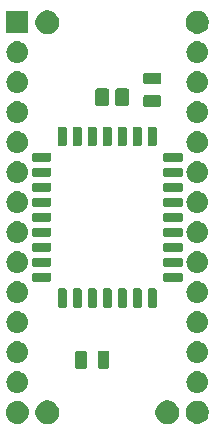
<source format=gts>
G04 #@! TF.GenerationSoftware,KiCad,Pcbnew,(5.1.2-1)-1*
G04 #@! TF.CreationDate,2019-07-23T15:32:14-04:00*
G04 #@! TF.ProjectId,GW28R8128,47573238-5238-4313-9238-2e6b69636164,rev?*
G04 #@! TF.SameCoordinates,Original*
G04 #@! TF.FileFunction,Soldermask,Top*
G04 #@! TF.FilePolarity,Negative*
%FSLAX46Y46*%
G04 Gerber Fmt 4.6, Leading zero omitted, Abs format (unit mm)*
G04 Created by KiCad (PCBNEW (5.1.2-1)-1) date 2019-07-23 15:32:14*
%MOMM*%
%LPD*%
G04 APERTURE LIST*
%ADD10C,0.100000*%
G04 APERTURE END LIST*
D10*
G36*
X53631692Y-52378429D02*
G01*
X53813679Y-52453811D01*
X53977458Y-52563245D01*
X53977460Y-52563247D01*
X53977463Y-52563249D01*
X54116751Y-52702537D01*
X54116753Y-52702540D01*
X54116755Y-52702542D01*
X54226189Y-52866321D01*
X54301571Y-53048308D01*
X54340000Y-53241509D01*
X54340000Y-53438491D01*
X54301571Y-53631692D01*
X54226189Y-53813679D01*
X54116755Y-53977458D01*
X54116753Y-53977460D01*
X54116751Y-53977463D01*
X53977463Y-54116751D01*
X53977460Y-54116753D01*
X53977458Y-54116755D01*
X53813679Y-54226189D01*
X53631692Y-54301571D01*
X53438491Y-54340000D01*
X53241509Y-54340000D01*
X53048308Y-54301571D01*
X52866321Y-54226189D01*
X52702542Y-54116755D01*
X52702540Y-54116753D01*
X52702537Y-54116751D01*
X52563249Y-53977463D01*
X52563247Y-53977460D01*
X52563245Y-53977458D01*
X52453811Y-53813679D01*
X52378429Y-53631692D01*
X52340000Y-53438491D01*
X52340000Y-53241509D01*
X52378429Y-53048308D01*
X52453811Y-52866321D01*
X52563245Y-52702542D01*
X52563247Y-52702540D01*
X52563249Y-52702537D01*
X52702537Y-52563249D01*
X52702540Y-52563247D01*
X52702542Y-52563245D01*
X52866321Y-52453811D01*
X53048308Y-52378429D01*
X53241509Y-52340000D01*
X53438491Y-52340000D01*
X53631692Y-52378429D01*
X53631692Y-52378429D01*
G37*
G36*
X43471692Y-52378429D02*
G01*
X43653679Y-52453811D01*
X43817458Y-52563245D01*
X43817460Y-52563247D01*
X43817463Y-52563249D01*
X43956751Y-52702537D01*
X43956753Y-52702540D01*
X43956755Y-52702542D01*
X44066189Y-52866321D01*
X44141571Y-53048308D01*
X44180000Y-53241509D01*
X44180000Y-53438491D01*
X44141571Y-53631692D01*
X44066189Y-53813679D01*
X43956755Y-53977458D01*
X43956753Y-53977460D01*
X43956751Y-53977463D01*
X43817463Y-54116751D01*
X43817460Y-54116753D01*
X43817458Y-54116755D01*
X43653679Y-54226189D01*
X43471692Y-54301571D01*
X43278491Y-54340000D01*
X43081509Y-54340000D01*
X42888308Y-54301571D01*
X42706321Y-54226189D01*
X42542542Y-54116755D01*
X42542540Y-54116753D01*
X42542537Y-54116751D01*
X42403249Y-53977463D01*
X42403247Y-53977460D01*
X42403245Y-53977458D01*
X42293811Y-53813679D01*
X42218429Y-53631692D01*
X42180000Y-53438491D01*
X42180000Y-53241509D01*
X42218429Y-53048308D01*
X42293811Y-52866321D01*
X42403245Y-52702542D01*
X42403247Y-52702540D01*
X42403249Y-52702537D01*
X42542537Y-52563249D01*
X42542540Y-52563247D01*
X42542542Y-52563245D01*
X42706321Y-52453811D01*
X42888308Y-52378429D01*
X43081509Y-52340000D01*
X43278491Y-52340000D01*
X43471692Y-52378429D01*
X43471692Y-52378429D01*
G37*
G36*
X40831369Y-52377925D02*
G01*
X41015383Y-52433745D01*
X41184972Y-52524392D01*
X41333617Y-52646383D01*
X41455608Y-52795028D01*
X41546255Y-52964617D01*
X41602075Y-53148631D01*
X41620923Y-53340000D01*
X41602075Y-53531369D01*
X41546255Y-53715383D01*
X41455608Y-53884972D01*
X41333617Y-54033617D01*
X41184972Y-54155608D01*
X41015383Y-54246255D01*
X40831369Y-54302075D01*
X40687954Y-54316200D01*
X40592046Y-54316200D01*
X40448631Y-54302075D01*
X40264617Y-54246255D01*
X40095028Y-54155608D01*
X39946383Y-54033617D01*
X39824392Y-53884972D01*
X39733745Y-53715383D01*
X39677925Y-53531369D01*
X39659077Y-53340000D01*
X39677925Y-53148631D01*
X39733745Y-52964617D01*
X39824392Y-52795028D01*
X39946383Y-52646383D01*
X40095028Y-52524392D01*
X40264617Y-52433745D01*
X40448631Y-52377925D01*
X40592046Y-52363800D01*
X40687954Y-52363800D01*
X40831369Y-52377925D01*
X40831369Y-52377925D01*
G37*
G36*
X56023297Y-52373179D02*
G01*
X56164750Y-52401315D01*
X56342405Y-52474902D01*
X56502287Y-52581732D01*
X56638268Y-52717713D01*
X56745098Y-52877595D01*
X56818685Y-53055250D01*
X56856200Y-53243854D01*
X56856200Y-53436146D01*
X56818685Y-53624750D01*
X56745098Y-53802405D01*
X56638268Y-53962287D01*
X56502287Y-54098268D01*
X56342405Y-54205098D01*
X56164750Y-54278685D01*
X56049692Y-54301571D01*
X55976147Y-54316200D01*
X55783853Y-54316200D01*
X55710308Y-54301571D01*
X55595250Y-54278685D01*
X55417595Y-54205098D01*
X55257713Y-54098268D01*
X55121732Y-53962287D01*
X55014902Y-53802405D01*
X54941315Y-53624750D01*
X54903800Y-53436146D01*
X54903800Y-53243854D01*
X54941315Y-53055250D01*
X55014902Y-52877595D01*
X55121732Y-52717713D01*
X55257713Y-52581732D01*
X55417595Y-52474902D01*
X55595250Y-52401315D01*
X55736703Y-52373179D01*
X55783853Y-52363800D01*
X55976147Y-52363800D01*
X56023297Y-52373179D01*
X56023297Y-52373179D01*
G37*
G36*
X56061567Y-49887202D02*
G01*
X56236156Y-49940163D01*
X56236159Y-49940164D01*
X56316608Y-49983165D01*
X56397059Y-50026167D01*
X56538091Y-50141909D01*
X56653833Y-50282941D01*
X56696835Y-50363392D01*
X56739836Y-50443841D01*
X56739837Y-50443844D01*
X56792798Y-50618433D01*
X56810681Y-50800000D01*
X56792798Y-50981567D01*
X56739837Y-51156156D01*
X56739836Y-51156159D01*
X56696835Y-51236607D01*
X56653833Y-51317059D01*
X56538091Y-51458091D01*
X56397059Y-51573833D01*
X56316607Y-51616835D01*
X56236159Y-51659836D01*
X56236156Y-51659837D01*
X56061567Y-51712798D01*
X55925496Y-51726200D01*
X55834504Y-51726200D01*
X55698433Y-51712798D01*
X55523844Y-51659837D01*
X55523841Y-51659836D01*
X55443392Y-51616835D01*
X55362941Y-51573833D01*
X55221909Y-51458091D01*
X55106167Y-51317059D01*
X55063165Y-51236608D01*
X55020164Y-51156159D01*
X55020163Y-51156156D01*
X54967202Y-50981567D01*
X54949319Y-50800000D01*
X54967202Y-50618433D01*
X55020163Y-50443844D01*
X55020164Y-50443841D01*
X55063165Y-50363393D01*
X55106167Y-50282941D01*
X55221909Y-50141909D01*
X55362941Y-50026167D01*
X55443393Y-49983165D01*
X55523841Y-49940164D01*
X55523844Y-49940163D01*
X55698433Y-49887202D01*
X55834504Y-49873800D01*
X55925496Y-49873800D01*
X56061567Y-49887202D01*
X56061567Y-49887202D01*
G37*
G36*
X40821567Y-49887202D02*
G01*
X40996156Y-49940163D01*
X40996159Y-49940164D01*
X41076608Y-49983165D01*
X41157059Y-50026167D01*
X41298091Y-50141909D01*
X41413833Y-50282941D01*
X41456835Y-50363392D01*
X41499836Y-50443841D01*
X41499837Y-50443844D01*
X41552798Y-50618433D01*
X41570681Y-50800000D01*
X41552798Y-50981567D01*
X41499837Y-51156156D01*
X41499836Y-51156159D01*
X41456835Y-51236607D01*
X41413833Y-51317059D01*
X41298091Y-51458091D01*
X41157059Y-51573833D01*
X41076607Y-51616835D01*
X40996159Y-51659836D01*
X40996156Y-51659837D01*
X40821567Y-51712798D01*
X40685496Y-51726200D01*
X40594504Y-51726200D01*
X40458433Y-51712798D01*
X40283844Y-51659837D01*
X40283841Y-51659836D01*
X40203392Y-51616835D01*
X40122941Y-51573833D01*
X39981909Y-51458091D01*
X39866167Y-51317059D01*
X39823165Y-51236608D01*
X39780164Y-51156159D01*
X39780163Y-51156156D01*
X39727202Y-50981567D01*
X39709319Y-50800000D01*
X39727202Y-50618433D01*
X39780163Y-50443844D01*
X39780164Y-50443841D01*
X39823165Y-50363392D01*
X39866167Y-50282941D01*
X39981909Y-50141909D01*
X40122941Y-50026167D01*
X40203392Y-49983165D01*
X40283841Y-49940164D01*
X40283844Y-49940163D01*
X40458433Y-49887202D01*
X40594504Y-49873800D01*
X40685496Y-49873800D01*
X40821567Y-49887202D01*
X40821567Y-49887202D01*
G37*
G36*
X48264986Y-48123306D02*
G01*
X48305980Y-48135742D01*
X48343767Y-48155939D01*
X48376883Y-48183117D01*
X48404061Y-48216233D01*
X48424258Y-48254020D01*
X48436694Y-48295014D01*
X48441200Y-48340767D01*
X48441200Y-49449233D01*
X48436694Y-49494986D01*
X48424258Y-49535980D01*
X48404061Y-49573767D01*
X48376883Y-49606883D01*
X48343767Y-49634061D01*
X48305980Y-49654258D01*
X48264986Y-49666694D01*
X48219233Y-49671200D01*
X47660767Y-49671200D01*
X47615014Y-49666694D01*
X47574020Y-49654258D01*
X47536233Y-49634061D01*
X47503117Y-49606883D01*
X47475939Y-49573767D01*
X47455742Y-49535980D01*
X47443306Y-49494986D01*
X47438800Y-49449233D01*
X47438800Y-48340767D01*
X47443306Y-48295014D01*
X47455742Y-48254020D01*
X47475939Y-48216233D01*
X47503117Y-48183117D01*
X47536233Y-48155939D01*
X47574020Y-48135742D01*
X47615014Y-48123306D01*
X47660767Y-48118800D01*
X48219233Y-48118800D01*
X48264986Y-48123306D01*
X48264986Y-48123306D01*
G37*
G36*
X46364986Y-48123306D02*
G01*
X46405980Y-48135742D01*
X46443767Y-48155939D01*
X46476883Y-48183117D01*
X46504061Y-48216233D01*
X46524258Y-48254020D01*
X46536694Y-48295014D01*
X46541200Y-48340767D01*
X46541200Y-49449233D01*
X46536694Y-49494986D01*
X46524258Y-49535980D01*
X46504061Y-49573767D01*
X46476883Y-49606883D01*
X46443767Y-49634061D01*
X46405980Y-49654258D01*
X46364986Y-49666694D01*
X46319233Y-49671200D01*
X45760767Y-49671200D01*
X45715014Y-49666694D01*
X45674020Y-49654258D01*
X45636233Y-49634061D01*
X45603117Y-49606883D01*
X45575939Y-49573767D01*
X45555742Y-49535980D01*
X45543306Y-49494986D01*
X45538800Y-49449233D01*
X45538800Y-48340767D01*
X45543306Y-48295014D01*
X45555742Y-48254020D01*
X45575939Y-48216233D01*
X45603117Y-48183117D01*
X45636233Y-48155939D01*
X45674020Y-48135742D01*
X45715014Y-48123306D01*
X45760767Y-48118800D01*
X46319233Y-48118800D01*
X46364986Y-48123306D01*
X46364986Y-48123306D01*
G37*
G36*
X40821567Y-47347202D02*
G01*
X40996156Y-47400163D01*
X40996159Y-47400164D01*
X41076608Y-47443165D01*
X41157059Y-47486167D01*
X41298091Y-47601909D01*
X41413833Y-47742941D01*
X41456835Y-47823392D01*
X41499836Y-47903841D01*
X41499837Y-47903844D01*
X41552798Y-48078433D01*
X41570681Y-48260000D01*
X41552798Y-48441567D01*
X41499837Y-48616156D01*
X41499836Y-48616159D01*
X41456835Y-48696608D01*
X41413833Y-48777059D01*
X41298091Y-48918091D01*
X41157059Y-49033833D01*
X41076607Y-49076835D01*
X40996159Y-49119836D01*
X40996156Y-49119837D01*
X40821567Y-49172798D01*
X40685496Y-49186200D01*
X40594504Y-49186200D01*
X40458433Y-49172798D01*
X40283844Y-49119837D01*
X40283841Y-49119836D01*
X40203393Y-49076835D01*
X40122941Y-49033833D01*
X39981909Y-48918091D01*
X39866167Y-48777059D01*
X39823165Y-48696608D01*
X39780164Y-48616159D01*
X39780163Y-48616156D01*
X39727202Y-48441567D01*
X39709319Y-48260000D01*
X39727202Y-48078433D01*
X39780163Y-47903844D01*
X39780164Y-47903841D01*
X39823165Y-47823393D01*
X39866167Y-47742941D01*
X39981909Y-47601909D01*
X40122941Y-47486167D01*
X40203392Y-47443165D01*
X40283841Y-47400164D01*
X40283844Y-47400163D01*
X40458433Y-47347202D01*
X40594504Y-47333800D01*
X40685496Y-47333800D01*
X40821567Y-47347202D01*
X40821567Y-47347202D01*
G37*
G36*
X56061567Y-47347202D02*
G01*
X56236156Y-47400163D01*
X56236159Y-47400164D01*
X56316608Y-47443165D01*
X56397059Y-47486167D01*
X56538091Y-47601909D01*
X56653833Y-47742941D01*
X56696835Y-47823392D01*
X56739836Y-47903841D01*
X56739837Y-47903844D01*
X56792798Y-48078433D01*
X56810681Y-48260000D01*
X56792798Y-48441567D01*
X56739837Y-48616156D01*
X56739836Y-48616159D01*
X56696835Y-48696608D01*
X56653833Y-48777059D01*
X56538091Y-48918091D01*
X56397059Y-49033833D01*
X56316607Y-49076835D01*
X56236159Y-49119836D01*
X56236156Y-49119837D01*
X56061567Y-49172798D01*
X55925496Y-49186200D01*
X55834504Y-49186200D01*
X55698433Y-49172798D01*
X55523844Y-49119837D01*
X55523841Y-49119836D01*
X55443393Y-49076835D01*
X55362941Y-49033833D01*
X55221909Y-48918091D01*
X55106167Y-48777059D01*
X55063165Y-48696608D01*
X55020164Y-48616159D01*
X55020163Y-48616156D01*
X54967202Y-48441567D01*
X54949319Y-48260000D01*
X54967202Y-48078433D01*
X55020163Y-47903844D01*
X55020164Y-47903841D01*
X55063165Y-47823393D01*
X55106167Y-47742941D01*
X55221909Y-47601909D01*
X55362941Y-47486167D01*
X55443392Y-47443165D01*
X55523841Y-47400164D01*
X55523844Y-47400163D01*
X55698433Y-47347202D01*
X55834504Y-47333800D01*
X55925496Y-47333800D01*
X56061567Y-47347202D01*
X56061567Y-47347202D01*
G37*
G36*
X56061567Y-44807202D02*
G01*
X56236156Y-44860163D01*
X56236159Y-44860164D01*
X56316607Y-44903165D01*
X56397059Y-44946167D01*
X56538091Y-45061909D01*
X56653833Y-45202941D01*
X56696835Y-45283392D01*
X56739836Y-45363841D01*
X56739837Y-45363844D01*
X56792798Y-45538433D01*
X56810681Y-45720000D01*
X56792798Y-45901567D01*
X56739837Y-46076156D01*
X56739836Y-46076159D01*
X56696835Y-46156607D01*
X56653833Y-46237059D01*
X56538091Y-46378091D01*
X56397059Y-46493833D01*
X56316608Y-46536835D01*
X56236159Y-46579836D01*
X56236156Y-46579837D01*
X56061567Y-46632798D01*
X55925496Y-46646200D01*
X55834504Y-46646200D01*
X55698433Y-46632798D01*
X55523844Y-46579837D01*
X55523841Y-46579836D01*
X55443392Y-46536835D01*
X55362941Y-46493833D01*
X55221909Y-46378091D01*
X55106167Y-46237059D01*
X55063165Y-46156607D01*
X55020164Y-46076159D01*
X55020163Y-46076156D01*
X54967202Y-45901567D01*
X54949319Y-45720000D01*
X54967202Y-45538433D01*
X55020163Y-45363844D01*
X55020164Y-45363841D01*
X55063165Y-45283393D01*
X55106167Y-45202941D01*
X55221909Y-45061909D01*
X55362941Y-44946167D01*
X55443392Y-44903165D01*
X55523841Y-44860164D01*
X55523844Y-44860163D01*
X55698433Y-44807202D01*
X55834504Y-44793800D01*
X55925496Y-44793800D01*
X56061567Y-44807202D01*
X56061567Y-44807202D01*
G37*
G36*
X40821567Y-44807202D02*
G01*
X40996156Y-44860163D01*
X40996159Y-44860164D01*
X41076607Y-44903165D01*
X41157059Y-44946167D01*
X41298091Y-45061909D01*
X41413833Y-45202941D01*
X41456835Y-45283392D01*
X41499836Y-45363841D01*
X41499837Y-45363844D01*
X41552798Y-45538433D01*
X41570681Y-45720000D01*
X41552798Y-45901567D01*
X41499837Y-46076156D01*
X41499836Y-46076159D01*
X41456835Y-46156608D01*
X41413833Y-46237059D01*
X41298091Y-46378091D01*
X41157059Y-46493833D01*
X41076608Y-46536835D01*
X40996159Y-46579836D01*
X40996156Y-46579837D01*
X40821567Y-46632798D01*
X40685496Y-46646200D01*
X40594504Y-46646200D01*
X40458433Y-46632798D01*
X40283844Y-46579837D01*
X40283841Y-46579836D01*
X40203392Y-46536835D01*
X40122941Y-46493833D01*
X39981909Y-46378091D01*
X39866167Y-46237059D01*
X39823165Y-46156607D01*
X39780164Y-46076159D01*
X39780163Y-46076156D01*
X39727202Y-45901567D01*
X39709319Y-45720000D01*
X39727202Y-45538433D01*
X39780163Y-45363844D01*
X39780164Y-45363841D01*
X39823165Y-45283392D01*
X39866167Y-45202941D01*
X39981909Y-45061909D01*
X40122941Y-44946167D01*
X40203393Y-44903165D01*
X40283841Y-44860164D01*
X40283844Y-44860163D01*
X40458433Y-44807202D01*
X40594504Y-44793800D01*
X40685496Y-44793800D01*
X40821567Y-44807202D01*
X40821567Y-44807202D01*
G37*
G36*
X51050290Y-42857105D02*
G01*
X51079568Y-42865986D01*
X51106545Y-42880406D01*
X51130190Y-42899810D01*
X51149594Y-42923455D01*
X51164014Y-42950432D01*
X51172895Y-42979710D01*
X51176200Y-43013267D01*
X51176200Y-44321733D01*
X51172895Y-44355290D01*
X51164014Y-44384568D01*
X51149594Y-44411545D01*
X51130190Y-44435190D01*
X51106545Y-44454594D01*
X51079568Y-44469014D01*
X51050290Y-44477895D01*
X51016733Y-44481200D01*
X50583267Y-44481200D01*
X50549710Y-44477895D01*
X50520432Y-44469014D01*
X50493455Y-44454594D01*
X50469810Y-44435190D01*
X50450406Y-44411545D01*
X50435986Y-44384568D01*
X50427105Y-44355290D01*
X50423800Y-44321733D01*
X50423800Y-43013267D01*
X50427105Y-42979710D01*
X50435986Y-42950432D01*
X50450406Y-42923455D01*
X50469810Y-42899810D01*
X50493455Y-42880406D01*
X50520432Y-42865986D01*
X50549710Y-42857105D01*
X50583267Y-42853800D01*
X51016733Y-42853800D01*
X51050290Y-42857105D01*
X51050290Y-42857105D01*
G37*
G36*
X52320290Y-42857105D02*
G01*
X52349568Y-42865986D01*
X52376545Y-42880406D01*
X52400190Y-42899810D01*
X52419594Y-42923455D01*
X52434014Y-42950432D01*
X52442895Y-42979710D01*
X52446200Y-43013267D01*
X52446200Y-44321733D01*
X52442895Y-44355290D01*
X52434014Y-44384568D01*
X52419594Y-44411545D01*
X52400190Y-44435190D01*
X52376545Y-44454594D01*
X52349568Y-44469014D01*
X52320290Y-44477895D01*
X52286733Y-44481200D01*
X51853267Y-44481200D01*
X51819710Y-44477895D01*
X51790432Y-44469014D01*
X51763455Y-44454594D01*
X51739810Y-44435190D01*
X51720406Y-44411545D01*
X51705986Y-44384568D01*
X51697105Y-44355290D01*
X51693800Y-44321733D01*
X51693800Y-43013267D01*
X51697105Y-42979710D01*
X51705986Y-42950432D01*
X51720406Y-42923455D01*
X51739810Y-42899810D01*
X51763455Y-42880406D01*
X51790432Y-42865986D01*
X51819710Y-42857105D01*
X51853267Y-42853800D01*
X52286733Y-42853800D01*
X52320290Y-42857105D01*
X52320290Y-42857105D01*
G37*
G36*
X49780290Y-42857105D02*
G01*
X49809568Y-42865986D01*
X49836545Y-42880406D01*
X49860190Y-42899810D01*
X49879594Y-42923455D01*
X49894014Y-42950432D01*
X49902895Y-42979710D01*
X49906200Y-43013267D01*
X49906200Y-44321733D01*
X49902895Y-44355290D01*
X49894014Y-44384568D01*
X49879594Y-44411545D01*
X49860190Y-44435190D01*
X49836545Y-44454594D01*
X49809568Y-44469014D01*
X49780290Y-44477895D01*
X49746733Y-44481200D01*
X49313267Y-44481200D01*
X49279710Y-44477895D01*
X49250432Y-44469014D01*
X49223455Y-44454594D01*
X49199810Y-44435190D01*
X49180406Y-44411545D01*
X49165986Y-44384568D01*
X49157105Y-44355290D01*
X49153800Y-44321733D01*
X49153800Y-43013267D01*
X49157105Y-42979710D01*
X49165986Y-42950432D01*
X49180406Y-42923455D01*
X49199810Y-42899810D01*
X49223455Y-42880406D01*
X49250432Y-42865986D01*
X49279710Y-42857105D01*
X49313267Y-42853800D01*
X49746733Y-42853800D01*
X49780290Y-42857105D01*
X49780290Y-42857105D01*
G37*
G36*
X48510290Y-42857105D02*
G01*
X48539568Y-42865986D01*
X48566545Y-42880406D01*
X48590190Y-42899810D01*
X48609594Y-42923455D01*
X48624014Y-42950432D01*
X48632895Y-42979710D01*
X48636200Y-43013267D01*
X48636200Y-44321733D01*
X48632895Y-44355290D01*
X48624014Y-44384568D01*
X48609594Y-44411545D01*
X48590190Y-44435190D01*
X48566545Y-44454594D01*
X48539568Y-44469014D01*
X48510290Y-44477895D01*
X48476733Y-44481200D01*
X48043267Y-44481200D01*
X48009710Y-44477895D01*
X47980432Y-44469014D01*
X47953455Y-44454594D01*
X47929810Y-44435190D01*
X47910406Y-44411545D01*
X47895986Y-44384568D01*
X47887105Y-44355290D01*
X47883800Y-44321733D01*
X47883800Y-43013267D01*
X47887105Y-42979710D01*
X47895986Y-42950432D01*
X47910406Y-42923455D01*
X47929810Y-42899810D01*
X47953455Y-42880406D01*
X47980432Y-42865986D01*
X48009710Y-42857105D01*
X48043267Y-42853800D01*
X48476733Y-42853800D01*
X48510290Y-42857105D01*
X48510290Y-42857105D01*
G37*
G36*
X47240290Y-42857105D02*
G01*
X47269568Y-42865986D01*
X47296545Y-42880406D01*
X47320190Y-42899810D01*
X47339594Y-42923455D01*
X47354014Y-42950432D01*
X47362895Y-42979710D01*
X47366200Y-43013267D01*
X47366200Y-44321733D01*
X47362895Y-44355290D01*
X47354014Y-44384568D01*
X47339594Y-44411545D01*
X47320190Y-44435190D01*
X47296545Y-44454594D01*
X47269568Y-44469014D01*
X47240290Y-44477895D01*
X47206733Y-44481200D01*
X46773267Y-44481200D01*
X46739710Y-44477895D01*
X46710432Y-44469014D01*
X46683455Y-44454594D01*
X46659810Y-44435190D01*
X46640406Y-44411545D01*
X46625986Y-44384568D01*
X46617105Y-44355290D01*
X46613800Y-44321733D01*
X46613800Y-43013267D01*
X46617105Y-42979710D01*
X46625986Y-42950432D01*
X46640406Y-42923455D01*
X46659810Y-42899810D01*
X46683455Y-42880406D01*
X46710432Y-42865986D01*
X46739710Y-42857105D01*
X46773267Y-42853800D01*
X47206733Y-42853800D01*
X47240290Y-42857105D01*
X47240290Y-42857105D01*
G37*
G36*
X45970290Y-42857105D02*
G01*
X45999568Y-42865986D01*
X46026545Y-42880406D01*
X46050190Y-42899810D01*
X46069594Y-42923455D01*
X46084014Y-42950432D01*
X46092895Y-42979710D01*
X46096200Y-43013267D01*
X46096200Y-44321733D01*
X46092895Y-44355290D01*
X46084014Y-44384568D01*
X46069594Y-44411545D01*
X46050190Y-44435190D01*
X46026545Y-44454594D01*
X45999568Y-44469014D01*
X45970290Y-44477895D01*
X45936733Y-44481200D01*
X45503267Y-44481200D01*
X45469710Y-44477895D01*
X45440432Y-44469014D01*
X45413455Y-44454594D01*
X45389810Y-44435190D01*
X45370406Y-44411545D01*
X45355986Y-44384568D01*
X45347105Y-44355290D01*
X45343800Y-44321733D01*
X45343800Y-43013267D01*
X45347105Y-42979710D01*
X45355986Y-42950432D01*
X45370406Y-42923455D01*
X45389810Y-42899810D01*
X45413455Y-42880406D01*
X45440432Y-42865986D01*
X45469710Y-42857105D01*
X45503267Y-42853800D01*
X45936733Y-42853800D01*
X45970290Y-42857105D01*
X45970290Y-42857105D01*
G37*
G36*
X44700290Y-42857105D02*
G01*
X44729568Y-42865986D01*
X44756545Y-42880406D01*
X44780190Y-42899810D01*
X44799594Y-42923455D01*
X44814014Y-42950432D01*
X44822895Y-42979710D01*
X44826200Y-43013267D01*
X44826200Y-44321733D01*
X44822895Y-44355290D01*
X44814014Y-44384568D01*
X44799594Y-44411545D01*
X44780190Y-44435190D01*
X44756545Y-44454594D01*
X44729568Y-44469014D01*
X44700290Y-44477895D01*
X44666733Y-44481200D01*
X44233267Y-44481200D01*
X44199710Y-44477895D01*
X44170432Y-44469014D01*
X44143455Y-44454594D01*
X44119810Y-44435190D01*
X44100406Y-44411545D01*
X44085986Y-44384568D01*
X44077105Y-44355290D01*
X44073800Y-44321733D01*
X44073800Y-43013267D01*
X44077105Y-42979710D01*
X44085986Y-42950432D01*
X44100406Y-42923455D01*
X44119810Y-42899810D01*
X44143455Y-42880406D01*
X44170432Y-42865986D01*
X44199710Y-42857105D01*
X44233267Y-42853800D01*
X44666733Y-42853800D01*
X44700290Y-42857105D01*
X44700290Y-42857105D01*
G37*
G36*
X56061567Y-42267202D02*
G01*
X56236156Y-42320163D01*
X56236159Y-42320164D01*
X56316608Y-42363165D01*
X56397059Y-42406167D01*
X56538091Y-42521909D01*
X56653833Y-42662941D01*
X56696835Y-42743392D01*
X56739836Y-42823841D01*
X56739837Y-42823844D01*
X56792798Y-42998433D01*
X56810681Y-43180000D01*
X56792798Y-43361567D01*
X56739837Y-43536156D01*
X56739836Y-43536159D01*
X56696835Y-43616608D01*
X56653833Y-43697059D01*
X56538091Y-43838091D01*
X56397059Y-43953833D01*
X56316607Y-43996835D01*
X56236159Y-44039836D01*
X56236156Y-44039837D01*
X56061567Y-44092798D01*
X55925496Y-44106200D01*
X55834504Y-44106200D01*
X55698433Y-44092798D01*
X55523844Y-44039837D01*
X55523841Y-44039836D01*
X55443393Y-43996835D01*
X55362941Y-43953833D01*
X55221909Y-43838091D01*
X55106167Y-43697059D01*
X55063165Y-43616607D01*
X55020164Y-43536159D01*
X55020163Y-43536156D01*
X54967202Y-43361567D01*
X54949319Y-43180000D01*
X54967202Y-42998433D01*
X55020163Y-42823844D01*
X55020164Y-42823841D01*
X55063165Y-42743392D01*
X55106167Y-42662941D01*
X55221909Y-42521909D01*
X55362941Y-42406167D01*
X55443393Y-42363165D01*
X55523841Y-42320164D01*
X55523844Y-42320163D01*
X55698433Y-42267202D01*
X55834504Y-42253800D01*
X55925496Y-42253800D01*
X56061567Y-42267202D01*
X56061567Y-42267202D01*
G37*
G36*
X40821567Y-42267202D02*
G01*
X40996156Y-42320163D01*
X40996159Y-42320164D01*
X41076608Y-42363165D01*
X41157059Y-42406167D01*
X41298091Y-42521909D01*
X41413833Y-42662941D01*
X41456835Y-42743392D01*
X41499836Y-42823841D01*
X41499837Y-42823844D01*
X41552798Y-42998433D01*
X41570681Y-43180000D01*
X41552798Y-43361567D01*
X41499837Y-43536156D01*
X41499836Y-43536159D01*
X41456835Y-43616608D01*
X41413833Y-43697059D01*
X41298091Y-43838091D01*
X41157059Y-43953833D01*
X41076607Y-43996835D01*
X40996159Y-44039836D01*
X40996156Y-44039837D01*
X40821567Y-44092798D01*
X40685496Y-44106200D01*
X40594504Y-44106200D01*
X40458433Y-44092798D01*
X40283844Y-44039837D01*
X40283841Y-44039836D01*
X40203393Y-43996835D01*
X40122941Y-43953833D01*
X39981909Y-43838091D01*
X39866167Y-43697059D01*
X39823165Y-43616607D01*
X39780164Y-43536159D01*
X39780163Y-43536156D01*
X39727202Y-43361567D01*
X39709319Y-43180000D01*
X39727202Y-42998433D01*
X39780163Y-42823844D01*
X39780164Y-42823841D01*
X39823165Y-42743392D01*
X39866167Y-42662941D01*
X39981909Y-42521909D01*
X40122941Y-42406167D01*
X40203392Y-42363165D01*
X40283841Y-42320164D01*
X40283844Y-42320163D01*
X40458433Y-42267202D01*
X40594504Y-42253800D01*
X40685496Y-42253800D01*
X40821567Y-42267202D01*
X40821567Y-42267202D01*
G37*
G36*
X43385290Y-41537105D02*
G01*
X43414568Y-41545986D01*
X43441545Y-41560406D01*
X43465190Y-41579810D01*
X43484594Y-41603455D01*
X43499014Y-41630432D01*
X43507895Y-41659710D01*
X43511200Y-41693267D01*
X43511200Y-42126733D01*
X43507895Y-42160290D01*
X43499014Y-42189568D01*
X43484594Y-42216545D01*
X43465190Y-42240190D01*
X43441545Y-42259594D01*
X43414568Y-42274014D01*
X43385290Y-42282895D01*
X43351733Y-42286200D01*
X42043267Y-42286200D01*
X42009710Y-42282895D01*
X41980432Y-42274014D01*
X41953455Y-42259594D01*
X41929810Y-42240190D01*
X41910406Y-42216545D01*
X41895986Y-42189568D01*
X41887105Y-42160290D01*
X41883800Y-42126733D01*
X41883800Y-41693267D01*
X41887105Y-41659710D01*
X41895986Y-41630432D01*
X41910406Y-41603455D01*
X41929810Y-41579810D01*
X41953455Y-41560406D01*
X41980432Y-41545986D01*
X42009710Y-41537105D01*
X42043267Y-41533800D01*
X43351733Y-41533800D01*
X43385290Y-41537105D01*
X43385290Y-41537105D01*
G37*
G36*
X54510290Y-41537105D02*
G01*
X54539568Y-41545986D01*
X54566545Y-41560406D01*
X54590190Y-41579810D01*
X54609594Y-41603455D01*
X54624014Y-41630432D01*
X54632895Y-41659710D01*
X54636200Y-41693267D01*
X54636200Y-42126733D01*
X54632895Y-42160290D01*
X54624014Y-42189568D01*
X54609594Y-42216545D01*
X54590190Y-42240190D01*
X54566545Y-42259594D01*
X54539568Y-42274014D01*
X54510290Y-42282895D01*
X54476733Y-42286200D01*
X53168267Y-42286200D01*
X53134710Y-42282895D01*
X53105432Y-42274014D01*
X53078455Y-42259594D01*
X53054810Y-42240190D01*
X53035406Y-42216545D01*
X53020986Y-42189568D01*
X53012105Y-42160290D01*
X53008800Y-42126733D01*
X53008800Y-41693267D01*
X53012105Y-41659710D01*
X53020986Y-41630432D01*
X53035406Y-41603455D01*
X53054810Y-41579810D01*
X53078455Y-41560406D01*
X53105432Y-41545986D01*
X53134710Y-41537105D01*
X53168267Y-41533800D01*
X54476733Y-41533800D01*
X54510290Y-41537105D01*
X54510290Y-41537105D01*
G37*
G36*
X56061567Y-39727202D02*
G01*
X56236156Y-39780163D01*
X56236159Y-39780164D01*
X56316607Y-39823165D01*
X56397059Y-39866167D01*
X56538091Y-39981909D01*
X56653833Y-40122941D01*
X56696835Y-40203393D01*
X56739836Y-40283841D01*
X56739837Y-40283844D01*
X56792798Y-40458433D01*
X56810681Y-40640000D01*
X56792798Y-40821567D01*
X56739837Y-40996156D01*
X56739836Y-40996159D01*
X56696835Y-41076607D01*
X56653833Y-41157059D01*
X56538091Y-41298091D01*
X56397059Y-41413833D01*
X56316607Y-41456835D01*
X56236159Y-41499836D01*
X56236156Y-41499837D01*
X56061567Y-41552798D01*
X55925496Y-41566200D01*
X55834504Y-41566200D01*
X55698433Y-41552798D01*
X55523844Y-41499837D01*
X55523841Y-41499836D01*
X55443393Y-41456835D01*
X55362941Y-41413833D01*
X55221909Y-41298091D01*
X55106167Y-41157059D01*
X55063165Y-41076608D01*
X55020164Y-40996159D01*
X55020163Y-40996156D01*
X54967202Y-40821567D01*
X54949319Y-40640000D01*
X54967202Y-40458433D01*
X55020163Y-40283844D01*
X55020164Y-40283841D01*
X55063165Y-40203392D01*
X55106167Y-40122941D01*
X55221909Y-39981909D01*
X55362941Y-39866167D01*
X55443393Y-39823165D01*
X55523841Y-39780164D01*
X55523844Y-39780163D01*
X55698433Y-39727202D01*
X55834504Y-39713800D01*
X55925496Y-39713800D01*
X56061567Y-39727202D01*
X56061567Y-39727202D01*
G37*
G36*
X40821567Y-39727202D02*
G01*
X40996156Y-39780163D01*
X40996159Y-39780164D01*
X41076607Y-39823165D01*
X41157059Y-39866167D01*
X41298091Y-39981909D01*
X41413833Y-40122941D01*
X41456835Y-40203393D01*
X41499836Y-40283841D01*
X41499837Y-40283844D01*
X41552798Y-40458433D01*
X41570681Y-40640000D01*
X41552798Y-40821567D01*
X41499837Y-40996156D01*
X41499836Y-40996159D01*
X41456835Y-41076607D01*
X41413833Y-41157059D01*
X41298091Y-41298091D01*
X41157059Y-41413833D01*
X41076607Y-41456835D01*
X40996159Y-41499836D01*
X40996156Y-41499837D01*
X40821567Y-41552798D01*
X40685496Y-41566200D01*
X40594504Y-41566200D01*
X40458433Y-41552798D01*
X40283844Y-41499837D01*
X40283841Y-41499836D01*
X40203393Y-41456835D01*
X40122941Y-41413833D01*
X39981909Y-41298091D01*
X39866167Y-41157059D01*
X39823165Y-41076608D01*
X39780164Y-40996159D01*
X39780163Y-40996156D01*
X39727202Y-40821567D01*
X39709319Y-40640000D01*
X39727202Y-40458433D01*
X39780163Y-40283844D01*
X39780164Y-40283841D01*
X39823165Y-40203393D01*
X39866167Y-40122941D01*
X39981909Y-39981909D01*
X40122941Y-39866167D01*
X40203393Y-39823165D01*
X40283841Y-39780164D01*
X40283844Y-39780163D01*
X40458433Y-39727202D01*
X40594504Y-39713800D01*
X40685496Y-39713800D01*
X40821567Y-39727202D01*
X40821567Y-39727202D01*
G37*
G36*
X54510290Y-40267105D02*
G01*
X54539568Y-40275986D01*
X54566545Y-40290406D01*
X54590190Y-40309810D01*
X54609594Y-40333455D01*
X54624014Y-40360432D01*
X54632895Y-40389710D01*
X54636200Y-40423267D01*
X54636200Y-40856733D01*
X54632895Y-40890290D01*
X54624014Y-40919568D01*
X54609594Y-40946545D01*
X54590190Y-40970190D01*
X54566545Y-40989594D01*
X54539568Y-41004014D01*
X54510290Y-41012895D01*
X54476733Y-41016200D01*
X53168267Y-41016200D01*
X53134710Y-41012895D01*
X53105432Y-41004014D01*
X53078455Y-40989594D01*
X53054810Y-40970190D01*
X53035406Y-40946545D01*
X53020986Y-40919568D01*
X53012105Y-40890290D01*
X53008800Y-40856733D01*
X53008800Y-40423267D01*
X53012105Y-40389710D01*
X53020986Y-40360432D01*
X53035406Y-40333455D01*
X53054810Y-40309810D01*
X53078455Y-40290406D01*
X53105432Y-40275986D01*
X53134710Y-40267105D01*
X53168267Y-40263800D01*
X54476733Y-40263800D01*
X54510290Y-40267105D01*
X54510290Y-40267105D01*
G37*
G36*
X43385290Y-40267105D02*
G01*
X43414568Y-40275986D01*
X43441545Y-40290406D01*
X43465190Y-40309810D01*
X43484594Y-40333455D01*
X43499014Y-40360432D01*
X43507895Y-40389710D01*
X43511200Y-40423267D01*
X43511200Y-40856733D01*
X43507895Y-40890290D01*
X43499014Y-40919568D01*
X43484594Y-40946545D01*
X43465190Y-40970190D01*
X43441545Y-40989594D01*
X43414568Y-41004014D01*
X43385290Y-41012895D01*
X43351733Y-41016200D01*
X42043267Y-41016200D01*
X42009710Y-41012895D01*
X41980432Y-41004014D01*
X41953455Y-40989594D01*
X41929810Y-40970190D01*
X41910406Y-40946545D01*
X41895986Y-40919568D01*
X41887105Y-40890290D01*
X41883800Y-40856733D01*
X41883800Y-40423267D01*
X41887105Y-40389710D01*
X41895986Y-40360432D01*
X41910406Y-40333455D01*
X41929810Y-40309810D01*
X41953455Y-40290406D01*
X41980432Y-40275986D01*
X42009710Y-40267105D01*
X42043267Y-40263800D01*
X43351733Y-40263800D01*
X43385290Y-40267105D01*
X43385290Y-40267105D01*
G37*
G36*
X54510290Y-38997105D02*
G01*
X54539568Y-39005986D01*
X54566545Y-39020406D01*
X54590190Y-39039810D01*
X54609594Y-39063455D01*
X54624014Y-39090432D01*
X54632895Y-39119710D01*
X54636200Y-39153267D01*
X54636200Y-39586733D01*
X54632895Y-39620290D01*
X54624014Y-39649568D01*
X54609594Y-39676545D01*
X54590190Y-39700190D01*
X54566545Y-39719594D01*
X54539568Y-39734014D01*
X54510290Y-39742895D01*
X54476733Y-39746200D01*
X53168267Y-39746200D01*
X53134710Y-39742895D01*
X53105432Y-39734014D01*
X53078455Y-39719594D01*
X53054810Y-39700190D01*
X53035406Y-39676545D01*
X53020986Y-39649568D01*
X53012105Y-39620290D01*
X53008800Y-39586733D01*
X53008800Y-39153267D01*
X53012105Y-39119710D01*
X53020986Y-39090432D01*
X53035406Y-39063455D01*
X53054810Y-39039810D01*
X53078455Y-39020406D01*
X53105432Y-39005986D01*
X53134710Y-38997105D01*
X53168267Y-38993800D01*
X54476733Y-38993800D01*
X54510290Y-38997105D01*
X54510290Y-38997105D01*
G37*
G36*
X43385290Y-38997105D02*
G01*
X43414568Y-39005986D01*
X43441545Y-39020406D01*
X43465190Y-39039810D01*
X43484594Y-39063455D01*
X43499014Y-39090432D01*
X43507895Y-39119710D01*
X43511200Y-39153267D01*
X43511200Y-39586733D01*
X43507895Y-39620290D01*
X43499014Y-39649568D01*
X43484594Y-39676545D01*
X43465190Y-39700190D01*
X43441545Y-39719594D01*
X43414568Y-39734014D01*
X43385290Y-39742895D01*
X43351733Y-39746200D01*
X42043267Y-39746200D01*
X42009710Y-39742895D01*
X41980432Y-39734014D01*
X41953455Y-39719594D01*
X41929810Y-39700190D01*
X41910406Y-39676545D01*
X41895986Y-39649568D01*
X41887105Y-39620290D01*
X41883800Y-39586733D01*
X41883800Y-39153267D01*
X41887105Y-39119710D01*
X41895986Y-39090432D01*
X41910406Y-39063455D01*
X41929810Y-39039810D01*
X41953455Y-39020406D01*
X41980432Y-39005986D01*
X42009710Y-38997105D01*
X42043267Y-38993800D01*
X43351733Y-38993800D01*
X43385290Y-38997105D01*
X43385290Y-38997105D01*
G37*
G36*
X40821567Y-37187202D02*
G01*
X40996156Y-37240163D01*
X40996159Y-37240164D01*
X41076608Y-37283165D01*
X41157059Y-37326167D01*
X41298091Y-37441909D01*
X41413833Y-37582941D01*
X41456835Y-37663393D01*
X41499836Y-37743841D01*
X41499837Y-37743844D01*
X41552798Y-37918433D01*
X41570681Y-38100000D01*
X41552798Y-38281567D01*
X41499837Y-38456156D01*
X41499836Y-38456159D01*
X41456835Y-38536607D01*
X41413833Y-38617059D01*
X41298091Y-38758091D01*
X41157059Y-38873833D01*
X41076608Y-38916835D01*
X40996159Y-38959836D01*
X40996156Y-38959837D01*
X40821567Y-39012798D01*
X40685496Y-39026200D01*
X40594504Y-39026200D01*
X40458433Y-39012798D01*
X40283844Y-38959837D01*
X40283841Y-38959836D01*
X40203392Y-38916835D01*
X40122941Y-38873833D01*
X39981909Y-38758091D01*
X39866167Y-38617059D01*
X39823165Y-38536608D01*
X39780164Y-38456159D01*
X39780163Y-38456156D01*
X39727202Y-38281567D01*
X39709319Y-38100000D01*
X39727202Y-37918433D01*
X39780163Y-37743844D01*
X39780164Y-37743841D01*
X39823165Y-37663393D01*
X39866167Y-37582941D01*
X39981909Y-37441909D01*
X40122941Y-37326167D01*
X40203392Y-37283165D01*
X40283841Y-37240164D01*
X40283844Y-37240163D01*
X40458433Y-37187202D01*
X40594504Y-37173800D01*
X40685496Y-37173800D01*
X40821567Y-37187202D01*
X40821567Y-37187202D01*
G37*
G36*
X56061567Y-37187202D02*
G01*
X56236156Y-37240163D01*
X56236159Y-37240164D01*
X56316608Y-37283165D01*
X56397059Y-37326167D01*
X56538091Y-37441909D01*
X56653833Y-37582941D01*
X56696835Y-37663393D01*
X56739836Y-37743841D01*
X56739837Y-37743844D01*
X56792798Y-37918433D01*
X56810681Y-38100000D01*
X56792798Y-38281567D01*
X56739837Y-38456156D01*
X56739836Y-38456159D01*
X56696835Y-38536607D01*
X56653833Y-38617059D01*
X56538091Y-38758091D01*
X56397059Y-38873833D01*
X56316608Y-38916835D01*
X56236159Y-38959836D01*
X56236156Y-38959837D01*
X56061567Y-39012798D01*
X55925496Y-39026200D01*
X55834504Y-39026200D01*
X55698433Y-39012798D01*
X55523844Y-38959837D01*
X55523841Y-38959836D01*
X55443392Y-38916835D01*
X55362941Y-38873833D01*
X55221909Y-38758091D01*
X55106167Y-38617059D01*
X55063165Y-38536607D01*
X55020164Y-38456159D01*
X55020163Y-38456156D01*
X54967202Y-38281567D01*
X54949319Y-38100000D01*
X54967202Y-37918433D01*
X55020163Y-37743844D01*
X55020164Y-37743841D01*
X55063165Y-37663393D01*
X55106167Y-37582941D01*
X55221909Y-37441909D01*
X55362941Y-37326167D01*
X55443392Y-37283165D01*
X55523841Y-37240164D01*
X55523844Y-37240163D01*
X55698433Y-37187202D01*
X55834504Y-37173800D01*
X55925496Y-37173800D01*
X56061567Y-37187202D01*
X56061567Y-37187202D01*
G37*
G36*
X54510290Y-37727105D02*
G01*
X54539568Y-37735986D01*
X54566545Y-37750406D01*
X54590190Y-37769810D01*
X54609594Y-37793455D01*
X54624014Y-37820432D01*
X54632895Y-37849710D01*
X54636200Y-37883267D01*
X54636200Y-38316733D01*
X54632895Y-38350290D01*
X54624014Y-38379568D01*
X54609594Y-38406545D01*
X54590190Y-38430190D01*
X54566545Y-38449594D01*
X54539568Y-38464014D01*
X54510290Y-38472895D01*
X54476733Y-38476200D01*
X53168267Y-38476200D01*
X53134710Y-38472895D01*
X53105432Y-38464014D01*
X53078455Y-38449594D01*
X53054810Y-38430190D01*
X53035406Y-38406545D01*
X53020986Y-38379568D01*
X53012105Y-38350290D01*
X53008800Y-38316733D01*
X53008800Y-37883267D01*
X53012105Y-37849710D01*
X53020986Y-37820432D01*
X53035406Y-37793455D01*
X53054810Y-37769810D01*
X53078455Y-37750406D01*
X53105432Y-37735986D01*
X53134710Y-37727105D01*
X53168267Y-37723800D01*
X54476733Y-37723800D01*
X54510290Y-37727105D01*
X54510290Y-37727105D01*
G37*
G36*
X43385290Y-37727105D02*
G01*
X43414568Y-37735986D01*
X43441545Y-37750406D01*
X43465190Y-37769810D01*
X43484594Y-37793455D01*
X43499014Y-37820432D01*
X43507895Y-37849710D01*
X43511200Y-37883267D01*
X43511200Y-38316733D01*
X43507895Y-38350290D01*
X43499014Y-38379568D01*
X43484594Y-38406545D01*
X43465190Y-38430190D01*
X43441545Y-38449594D01*
X43414568Y-38464014D01*
X43385290Y-38472895D01*
X43351733Y-38476200D01*
X42043267Y-38476200D01*
X42009710Y-38472895D01*
X41980432Y-38464014D01*
X41953455Y-38449594D01*
X41929810Y-38430190D01*
X41910406Y-38406545D01*
X41895986Y-38379568D01*
X41887105Y-38350290D01*
X41883800Y-38316733D01*
X41883800Y-37883267D01*
X41887105Y-37849710D01*
X41895986Y-37820432D01*
X41910406Y-37793455D01*
X41929810Y-37769810D01*
X41953455Y-37750406D01*
X41980432Y-37735986D01*
X42009710Y-37727105D01*
X42043267Y-37723800D01*
X43351733Y-37723800D01*
X43385290Y-37727105D01*
X43385290Y-37727105D01*
G37*
G36*
X43385290Y-36457105D02*
G01*
X43414568Y-36465986D01*
X43441545Y-36480406D01*
X43465190Y-36499810D01*
X43484594Y-36523455D01*
X43499014Y-36550432D01*
X43507895Y-36579710D01*
X43511200Y-36613267D01*
X43511200Y-37046733D01*
X43507895Y-37080290D01*
X43499014Y-37109568D01*
X43484594Y-37136545D01*
X43465190Y-37160190D01*
X43441545Y-37179594D01*
X43414568Y-37194014D01*
X43385290Y-37202895D01*
X43351733Y-37206200D01*
X42043267Y-37206200D01*
X42009710Y-37202895D01*
X41980432Y-37194014D01*
X41953455Y-37179594D01*
X41929810Y-37160190D01*
X41910406Y-37136545D01*
X41895986Y-37109568D01*
X41887105Y-37080290D01*
X41883800Y-37046733D01*
X41883800Y-36613267D01*
X41887105Y-36579710D01*
X41895986Y-36550432D01*
X41910406Y-36523455D01*
X41929810Y-36499810D01*
X41953455Y-36480406D01*
X41980432Y-36465986D01*
X42009710Y-36457105D01*
X42043267Y-36453800D01*
X43351733Y-36453800D01*
X43385290Y-36457105D01*
X43385290Y-36457105D01*
G37*
G36*
X54510290Y-36457105D02*
G01*
X54539568Y-36465986D01*
X54566545Y-36480406D01*
X54590190Y-36499810D01*
X54609594Y-36523455D01*
X54624014Y-36550432D01*
X54632895Y-36579710D01*
X54636200Y-36613267D01*
X54636200Y-37046733D01*
X54632895Y-37080290D01*
X54624014Y-37109568D01*
X54609594Y-37136545D01*
X54590190Y-37160190D01*
X54566545Y-37179594D01*
X54539568Y-37194014D01*
X54510290Y-37202895D01*
X54476733Y-37206200D01*
X53168267Y-37206200D01*
X53134710Y-37202895D01*
X53105432Y-37194014D01*
X53078455Y-37179594D01*
X53054810Y-37160190D01*
X53035406Y-37136545D01*
X53020986Y-37109568D01*
X53012105Y-37080290D01*
X53008800Y-37046733D01*
X53008800Y-36613267D01*
X53012105Y-36579710D01*
X53020986Y-36550432D01*
X53035406Y-36523455D01*
X53054810Y-36499810D01*
X53078455Y-36480406D01*
X53105432Y-36465986D01*
X53134710Y-36457105D01*
X53168267Y-36453800D01*
X54476733Y-36453800D01*
X54510290Y-36457105D01*
X54510290Y-36457105D01*
G37*
G36*
X40821567Y-34647202D02*
G01*
X40996156Y-34700163D01*
X40996159Y-34700164D01*
X41076608Y-34743165D01*
X41157059Y-34786167D01*
X41298091Y-34901909D01*
X41413833Y-35042941D01*
X41456835Y-35123392D01*
X41499836Y-35203841D01*
X41499837Y-35203844D01*
X41552798Y-35378433D01*
X41570681Y-35560000D01*
X41552798Y-35741567D01*
X41499837Y-35916156D01*
X41499836Y-35916159D01*
X41456835Y-35996608D01*
X41413833Y-36077059D01*
X41298091Y-36218091D01*
X41157059Y-36333833D01*
X41076607Y-36376835D01*
X40996159Y-36419836D01*
X40996156Y-36419837D01*
X40821567Y-36472798D01*
X40685496Y-36486200D01*
X40594504Y-36486200D01*
X40458433Y-36472798D01*
X40283844Y-36419837D01*
X40283841Y-36419836D01*
X40203393Y-36376835D01*
X40122941Y-36333833D01*
X39981909Y-36218091D01*
X39866167Y-36077059D01*
X39823165Y-35996608D01*
X39780164Y-35916159D01*
X39780163Y-35916156D01*
X39727202Y-35741567D01*
X39709319Y-35560000D01*
X39727202Y-35378433D01*
X39780163Y-35203844D01*
X39780164Y-35203841D01*
X39823165Y-35123393D01*
X39866167Y-35042941D01*
X39981909Y-34901909D01*
X40122941Y-34786167D01*
X40203392Y-34743165D01*
X40283841Y-34700164D01*
X40283844Y-34700163D01*
X40458433Y-34647202D01*
X40594504Y-34633800D01*
X40685496Y-34633800D01*
X40821567Y-34647202D01*
X40821567Y-34647202D01*
G37*
G36*
X56061567Y-34647202D02*
G01*
X56236156Y-34700163D01*
X56236159Y-34700164D01*
X56316608Y-34743165D01*
X56397059Y-34786167D01*
X56538091Y-34901909D01*
X56653833Y-35042941D01*
X56696835Y-35123393D01*
X56739836Y-35203841D01*
X56739837Y-35203844D01*
X56792798Y-35378433D01*
X56810681Y-35560000D01*
X56792798Y-35741567D01*
X56739837Y-35916156D01*
X56739836Y-35916159D01*
X56696835Y-35996608D01*
X56653833Y-36077059D01*
X56538091Y-36218091D01*
X56397059Y-36333833D01*
X56316607Y-36376835D01*
X56236159Y-36419836D01*
X56236156Y-36419837D01*
X56061567Y-36472798D01*
X55925496Y-36486200D01*
X55834504Y-36486200D01*
X55698433Y-36472798D01*
X55523844Y-36419837D01*
X55523841Y-36419836D01*
X55443393Y-36376835D01*
X55362941Y-36333833D01*
X55221909Y-36218091D01*
X55106167Y-36077059D01*
X55063165Y-35996608D01*
X55020164Y-35916159D01*
X55020163Y-35916156D01*
X54967202Y-35741567D01*
X54949319Y-35560000D01*
X54967202Y-35378433D01*
X55020163Y-35203844D01*
X55020164Y-35203841D01*
X55063165Y-35123392D01*
X55106167Y-35042941D01*
X55221909Y-34901909D01*
X55362941Y-34786167D01*
X55443392Y-34743165D01*
X55523841Y-34700164D01*
X55523844Y-34700163D01*
X55698433Y-34647202D01*
X55834504Y-34633800D01*
X55925496Y-34633800D01*
X56061567Y-34647202D01*
X56061567Y-34647202D01*
G37*
G36*
X54510290Y-35187105D02*
G01*
X54539568Y-35195986D01*
X54566545Y-35210406D01*
X54590190Y-35229810D01*
X54609594Y-35253455D01*
X54624014Y-35280432D01*
X54632895Y-35309710D01*
X54636200Y-35343267D01*
X54636200Y-35776733D01*
X54632895Y-35810290D01*
X54624014Y-35839568D01*
X54609594Y-35866545D01*
X54590190Y-35890190D01*
X54566545Y-35909594D01*
X54539568Y-35924014D01*
X54510290Y-35932895D01*
X54476733Y-35936200D01*
X53168267Y-35936200D01*
X53134710Y-35932895D01*
X53105432Y-35924014D01*
X53078455Y-35909594D01*
X53054810Y-35890190D01*
X53035406Y-35866545D01*
X53020986Y-35839568D01*
X53012105Y-35810290D01*
X53008800Y-35776733D01*
X53008800Y-35343267D01*
X53012105Y-35309710D01*
X53020986Y-35280432D01*
X53035406Y-35253455D01*
X53054810Y-35229810D01*
X53078455Y-35210406D01*
X53105432Y-35195986D01*
X53134710Y-35187105D01*
X53168267Y-35183800D01*
X54476733Y-35183800D01*
X54510290Y-35187105D01*
X54510290Y-35187105D01*
G37*
G36*
X43385290Y-35187105D02*
G01*
X43414568Y-35195986D01*
X43441545Y-35210406D01*
X43465190Y-35229810D01*
X43484594Y-35253455D01*
X43499014Y-35280432D01*
X43507895Y-35309710D01*
X43511200Y-35343267D01*
X43511200Y-35776733D01*
X43507895Y-35810290D01*
X43499014Y-35839568D01*
X43484594Y-35866545D01*
X43465190Y-35890190D01*
X43441545Y-35909594D01*
X43414568Y-35924014D01*
X43385290Y-35932895D01*
X43351733Y-35936200D01*
X42043267Y-35936200D01*
X42009710Y-35932895D01*
X41980432Y-35924014D01*
X41953455Y-35909594D01*
X41929810Y-35890190D01*
X41910406Y-35866545D01*
X41895986Y-35839568D01*
X41887105Y-35810290D01*
X41883800Y-35776733D01*
X41883800Y-35343267D01*
X41887105Y-35309710D01*
X41895986Y-35280432D01*
X41910406Y-35253455D01*
X41929810Y-35229810D01*
X41953455Y-35210406D01*
X41980432Y-35195986D01*
X42009710Y-35187105D01*
X42043267Y-35183800D01*
X43351733Y-35183800D01*
X43385290Y-35187105D01*
X43385290Y-35187105D01*
G37*
G36*
X54510290Y-33917105D02*
G01*
X54539568Y-33925986D01*
X54566545Y-33940406D01*
X54590190Y-33959810D01*
X54609594Y-33983455D01*
X54624014Y-34010432D01*
X54632895Y-34039710D01*
X54636200Y-34073267D01*
X54636200Y-34506733D01*
X54632895Y-34540290D01*
X54624014Y-34569568D01*
X54609594Y-34596545D01*
X54590190Y-34620190D01*
X54566545Y-34639594D01*
X54539568Y-34654014D01*
X54510290Y-34662895D01*
X54476733Y-34666200D01*
X53168267Y-34666200D01*
X53134710Y-34662895D01*
X53105432Y-34654014D01*
X53078455Y-34639594D01*
X53054810Y-34620190D01*
X53035406Y-34596545D01*
X53020986Y-34569568D01*
X53012105Y-34540290D01*
X53008800Y-34506733D01*
X53008800Y-34073267D01*
X53012105Y-34039710D01*
X53020986Y-34010432D01*
X53035406Y-33983455D01*
X53054810Y-33959810D01*
X53078455Y-33940406D01*
X53105432Y-33925986D01*
X53134710Y-33917105D01*
X53168267Y-33913800D01*
X54476733Y-33913800D01*
X54510290Y-33917105D01*
X54510290Y-33917105D01*
G37*
G36*
X43385290Y-33917105D02*
G01*
X43414568Y-33925986D01*
X43441545Y-33940406D01*
X43465190Y-33959810D01*
X43484594Y-33983455D01*
X43499014Y-34010432D01*
X43507895Y-34039710D01*
X43511200Y-34073267D01*
X43511200Y-34506733D01*
X43507895Y-34540290D01*
X43499014Y-34569568D01*
X43484594Y-34596545D01*
X43465190Y-34620190D01*
X43441545Y-34639594D01*
X43414568Y-34654014D01*
X43385290Y-34662895D01*
X43351733Y-34666200D01*
X42043267Y-34666200D01*
X42009710Y-34662895D01*
X41980432Y-34654014D01*
X41953455Y-34639594D01*
X41929810Y-34620190D01*
X41910406Y-34596545D01*
X41895986Y-34569568D01*
X41887105Y-34540290D01*
X41883800Y-34506733D01*
X41883800Y-34073267D01*
X41887105Y-34039710D01*
X41895986Y-34010432D01*
X41910406Y-33983455D01*
X41929810Y-33959810D01*
X41953455Y-33940406D01*
X41980432Y-33925986D01*
X42009710Y-33917105D01*
X42043267Y-33913800D01*
X43351733Y-33913800D01*
X43385290Y-33917105D01*
X43385290Y-33917105D01*
G37*
G36*
X40821567Y-32107202D02*
G01*
X40996156Y-32160163D01*
X40996159Y-32160164D01*
X41076607Y-32203165D01*
X41157059Y-32246167D01*
X41298091Y-32361909D01*
X41413833Y-32502941D01*
X41456835Y-32583392D01*
X41499836Y-32663841D01*
X41499837Y-32663844D01*
X41552798Y-32838433D01*
X41570681Y-33020000D01*
X41552798Y-33201567D01*
X41499837Y-33376156D01*
X41499836Y-33376159D01*
X41456835Y-33456607D01*
X41413833Y-33537059D01*
X41298091Y-33678091D01*
X41157059Y-33793833D01*
X41076607Y-33836835D01*
X40996159Y-33879836D01*
X40996156Y-33879837D01*
X40821567Y-33932798D01*
X40685496Y-33946200D01*
X40594504Y-33946200D01*
X40458433Y-33932798D01*
X40283844Y-33879837D01*
X40283841Y-33879836D01*
X40203393Y-33836835D01*
X40122941Y-33793833D01*
X39981909Y-33678091D01*
X39866167Y-33537059D01*
X39823165Y-33456607D01*
X39780164Y-33376159D01*
X39780163Y-33376156D01*
X39727202Y-33201567D01*
X39709319Y-33020000D01*
X39727202Y-32838433D01*
X39780163Y-32663844D01*
X39780164Y-32663841D01*
X39823165Y-32583392D01*
X39866167Y-32502941D01*
X39981909Y-32361909D01*
X40122941Y-32246167D01*
X40203393Y-32203165D01*
X40283841Y-32160164D01*
X40283844Y-32160163D01*
X40458433Y-32107202D01*
X40594504Y-32093800D01*
X40685496Y-32093800D01*
X40821567Y-32107202D01*
X40821567Y-32107202D01*
G37*
G36*
X56061567Y-32107202D02*
G01*
X56236156Y-32160163D01*
X56236159Y-32160164D01*
X56316607Y-32203165D01*
X56397059Y-32246167D01*
X56538091Y-32361909D01*
X56653833Y-32502941D01*
X56696835Y-32583392D01*
X56739836Y-32663841D01*
X56739837Y-32663844D01*
X56792798Y-32838433D01*
X56810681Y-33020000D01*
X56792798Y-33201567D01*
X56739837Y-33376156D01*
X56739836Y-33376159D01*
X56696835Y-33456607D01*
X56653833Y-33537059D01*
X56538091Y-33678091D01*
X56397059Y-33793833D01*
X56316607Y-33836835D01*
X56236159Y-33879836D01*
X56236156Y-33879837D01*
X56061567Y-33932798D01*
X55925496Y-33946200D01*
X55834504Y-33946200D01*
X55698433Y-33932798D01*
X55523844Y-33879837D01*
X55523841Y-33879836D01*
X55443393Y-33836835D01*
X55362941Y-33793833D01*
X55221909Y-33678091D01*
X55106167Y-33537059D01*
X55063165Y-33456607D01*
X55020164Y-33376159D01*
X55020163Y-33376156D01*
X54967202Y-33201567D01*
X54949319Y-33020000D01*
X54967202Y-32838433D01*
X55020163Y-32663844D01*
X55020164Y-32663841D01*
X55063165Y-32583392D01*
X55106167Y-32502941D01*
X55221909Y-32361909D01*
X55362941Y-32246167D01*
X55443393Y-32203165D01*
X55523841Y-32160164D01*
X55523844Y-32160163D01*
X55698433Y-32107202D01*
X55834504Y-32093800D01*
X55925496Y-32093800D01*
X56061567Y-32107202D01*
X56061567Y-32107202D01*
G37*
G36*
X54510290Y-32647105D02*
G01*
X54539568Y-32655986D01*
X54566545Y-32670406D01*
X54590190Y-32689810D01*
X54609594Y-32713455D01*
X54624014Y-32740432D01*
X54632895Y-32769710D01*
X54636200Y-32803267D01*
X54636200Y-33236733D01*
X54632895Y-33270290D01*
X54624014Y-33299568D01*
X54609594Y-33326545D01*
X54590190Y-33350190D01*
X54566545Y-33369594D01*
X54539568Y-33384014D01*
X54510290Y-33392895D01*
X54476733Y-33396200D01*
X53168267Y-33396200D01*
X53134710Y-33392895D01*
X53105432Y-33384014D01*
X53078455Y-33369594D01*
X53054810Y-33350190D01*
X53035406Y-33326545D01*
X53020986Y-33299568D01*
X53012105Y-33270290D01*
X53008800Y-33236733D01*
X53008800Y-32803267D01*
X53012105Y-32769710D01*
X53020986Y-32740432D01*
X53035406Y-32713455D01*
X53054810Y-32689810D01*
X53078455Y-32670406D01*
X53105432Y-32655986D01*
X53134710Y-32647105D01*
X53168267Y-32643800D01*
X54476733Y-32643800D01*
X54510290Y-32647105D01*
X54510290Y-32647105D01*
G37*
G36*
X43385290Y-32647105D02*
G01*
X43414568Y-32655986D01*
X43441545Y-32670406D01*
X43465190Y-32689810D01*
X43484594Y-32713455D01*
X43499014Y-32740432D01*
X43507895Y-32769710D01*
X43511200Y-32803267D01*
X43511200Y-33236733D01*
X43507895Y-33270290D01*
X43499014Y-33299568D01*
X43484594Y-33326545D01*
X43465190Y-33350190D01*
X43441545Y-33369594D01*
X43414568Y-33384014D01*
X43385290Y-33392895D01*
X43351733Y-33396200D01*
X42043267Y-33396200D01*
X42009710Y-33392895D01*
X41980432Y-33384014D01*
X41953455Y-33369594D01*
X41929810Y-33350190D01*
X41910406Y-33326545D01*
X41895986Y-33299568D01*
X41887105Y-33270290D01*
X41883800Y-33236733D01*
X41883800Y-32803267D01*
X41887105Y-32769710D01*
X41895986Y-32740432D01*
X41910406Y-32713455D01*
X41929810Y-32689810D01*
X41953455Y-32670406D01*
X41980432Y-32655986D01*
X42009710Y-32647105D01*
X42043267Y-32643800D01*
X43351733Y-32643800D01*
X43385290Y-32647105D01*
X43385290Y-32647105D01*
G37*
G36*
X54510290Y-31377105D02*
G01*
X54539568Y-31385986D01*
X54566545Y-31400406D01*
X54590190Y-31419810D01*
X54609594Y-31443455D01*
X54624014Y-31470432D01*
X54632895Y-31499710D01*
X54636200Y-31533267D01*
X54636200Y-31966733D01*
X54632895Y-32000290D01*
X54624014Y-32029568D01*
X54609594Y-32056545D01*
X54590190Y-32080190D01*
X54566545Y-32099594D01*
X54539568Y-32114014D01*
X54510290Y-32122895D01*
X54476733Y-32126200D01*
X53168267Y-32126200D01*
X53134710Y-32122895D01*
X53105432Y-32114014D01*
X53078455Y-32099594D01*
X53054810Y-32080190D01*
X53035406Y-32056545D01*
X53020986Y-32029568D01*
X53012105Y-32000290D01*
X53008800Y-31966733D01*
X53008800Y-31533267D01*
X53012105Y-31499710D01*
X53020986Y-31470432D01*
X53035406Y-31443455D01*
X53054810Y-31419810D01*
X53078455Y-31400406D01*
X53105432Y-31385986D01*
X53134710Y-31377105D01*
X53168267Y-31373800D01*
X54476733Y-31373800D01*
X54510290Y-31377105D01*
X54510290Y-31377105D01*
G37*
G36*
X43385290Y-31377105D02*
G01*
X43414568Y-31385986D01*
X43441545Y-31400406D01*
X43465190Y-31419810D01*
X43484594Y-31443455D01*
X43499014Y-31470432D01*
X43507895Y-31499710D01*
X43511200Y-31533267D01*
X43511200Y-31966733D01*
X43507895Y-32000290D01*
X43499014Y-32029568D01*
X43484594Y-32056545D01*
X43465190Y-32080190D01*
X43441545Y-32099594D01*
X43414568Y-32114014D01*
X43385290Y-32122895D01*
X43351733Y-32126200D01*
X42043267Y-32126200D01*
X42009710Y-32122895D01*
X41980432Y-32114014D01*
X41953455Y-32099594D01*
X41929810Y-32080190D01*
X41910406Y-32056545D01*
X41895986Y-32029568D01*
X41887105Y-32000290D01*
X41883800Y-31966733D01*
X41883800Y-31533267D01*
X41887105Y-31499710D01*
X41895986Y-31470432D01*
X41910406Y-31443455D01*
X41929810Y-31419810D01*
X41953455Y-31400406D01*
X41980432Y-31385986D01*
X42009710Y-31377105D01*
X42043267Y-31373800D01*
X43351733Y-31373800D01*
X43385290Y-31377105D01*
X43385290Y-31377105D01*
G37*
G36*
X56061567Y-29567202D02*
G01*
X56236156Y-29620163D01*
X56236159Y-29620164D01*
X56316607Y-29663165D01*
X56397059Y-29706167D01*
X56538091Y-29821909D01*
X56653833Y-29962941D01*
X56696835Y-30043392D01*
X56739836Y-30123841D01*
X56739837Y-30123844D01*
X56792798Y-30298433D01*
X56810681Y-30480000D01*
X56792798Y-30661567D01*
X56748924Y-30806200D01*
X56739836Y-30836159D01*
X56696835Y-30916607D01*
X56653833Y-30997059D01*
X56538091Y-31138091D01*
X56397059Y-31253833D01*
X56316607Y-31296835D01*
X56236159Y-31339836D01*
X56236156Y-31339837D01*
X56061567Y-31392798D01*
X55925496Y-31406200D01*
X55834504Y-31406200D01*
X55698433Y-31392798D01*
X55523844Y-31339837D01*
X55523841Y-31339836D01*
X55443393Y-31296835D01*
X55362941Y-31253833D01*
X55221909Y-31138091D01*
X55106167Y-30997059D01*
X55063165Y-30916607D01*
X55020164Y-30836159D01*
X55011076Y-30806200D01*
X54967202Y-30661567D01*
X54949319Y-30480000D01*
X54967202Y-30298433D01*
X55020163Y-30123844D01*
X55020164Y-30123841D01*
X55063165Y-30043392D01*
X55106167Y-29962941D01*
X55221909Y-29821909D01*
X55362941Y-29706167D01*
X55443392Y-29663165D01*
X55523841Y-29620164D01*
X55523844Y-29620163D01*
X55698433Y-29567202D01*
X55834504Y-29553800D01*
X55925496Y-29553800D01*
X56061567Y-29567202D01*
X56061567Y-29567202D01*
G37*
G36*
X40821567Y-29567202D02*
G01*
X40996156Y-29620163D01*
X40996159Y-29620164D01*
X41076607Y-29663165D01*
X41157059Y-29706167D01*
X41298091Y-29821909D01*
X41413833Y-29962941D01*
X41456835Y-30043392D01*
X41499836Y-30123841D01*
X41499837Y-30123844D01*
X41552798Y-30298433D01*
X41570681Y-30480000D01*
X41552798Y-30661567D01*
X41508924Y-30806200D01*
X41499836Y-30836159D01*
X41456835Y-30916607D01*
X41413833Y-30997059D01*
X41298091Y-31138091D01*
X41157059Y-31253833D01*
X41076607Y-31296835D01*
X40996159Y-31339836D01*
X40996156Y-31339837D01*
X40821567Y-31392798D01*
X40685496Y-31406200D01*
X40594504Y-31406200D01*
X40458433Y-31392798D01*
X40283844Y-31339837D01*
X40283841Y-31339836D01*
X40203393Y-31296835D01*
X40122941Y-31253833D01*
X39981909Y-31138091D01*
X39866167Y-30997059D01*
X39823165Y-30916608D01*
X39780164Y-30836159D01*
X39771076Y-30806200D01*
X39727202Y-30661567D01*
X39709319Y-30480000D01*
X39727202Y-30298433D01*
X39780163Y-30123844D01*
X39780164Y-30123841D01*
X39823165Y-30043392D01*
X39866167Y-29962941D01*
X39981909Y-29821909D01*
X40122941Y-29706167D01*
X40203392Y-29663165D01*
X40283841Y-29620164D01*
X40283844Y-29620163D01*
X40458433Y-29567202D01*
X40594504Y-29553800D01*
X40685496Y-29553800D01*
X40821567Y-29567202D01*
X40821567Y-29567202D01*
G37*
G36*
X52320290Y-29182105D02*
G01*
X52349568Y-29190986D01*
X52376545Y-29205406D01*
X52400190Y-29224810D01*
X52419594Y-29248455D01*
X52434014Y-29275432D01*
X52442895Y-29304710D01*
X52446200Y-29338267D01*
X52446200Y-30646733D01*
X52442895Y-30680290D01*
X52434014Y-30709568D01*
X52419594Y-30736545D01*
X52400190Y-30760190D01*
X52376545Y-30779594D01*
X52349568Y-30794014D01*
X52320290Y-30802895D01*
X52286733Y-30806200D01*
X51853267Y-30806200D01*
X51819710Y-30802895D01*
X51790432Y-30794014D01*
X51763455Y-30779594D01*
X51739810Y-30760190D01*
X51720406Y-30736545D01*
X51705986Y-30709568D01*
X51697105Y-30680290D01*
X51693800Y-30646733D01*
X51693800Y-29338267D01*
X51697105Y-29304710D01*
X51705986Y-29275432D01*
X51720406Y-29248455D01*
X51739810Y-29224810D01*
X51763455Y-29205406D01*
X51790432Y-29190986D01*
X51819710Y-29182105D01*
X51853267Y-29178800D01*
X52286733Y-29178800D01*
X52320290Y-29182105D01*
X52320290Y-29182105D01*
G37*
G36*
X51050290Y-29182105D02*
G01*
X51079568Y-29190986D01*
X51106545Y-29205406D01*
X51130190Y-29224810D01*
X51149594Y-29248455D01*
X51164014Y-29275432D01*
X51172895Y-29304710D01*
X51176200Y-29338267D01*
X51176200Y-30646733D01*
X51172895Y-30680290D01*
X51164014Y-30709568D01*
X51149594Y-30736545D01*
X51130190Y-30760190D01*
X51106545Y-30779594D01*
X51079568Y-30794014D01*
X51050290Y-30802895D01*
X51016733Y-30806200D01*
X50583267Y-30806200D01*
X50549710Y-30802895D01*
X50520432Y-30794014D01*
X50493455Y-30779594D01*
X50469810Y-30760190D01*
X50450406Y-30736545D01*
X50435986Y-30709568D01*
X50427105Y-30680290D01*
X50423800Y-30646733D01*
X50423800Y-29338267D01*
X50427105Y-29304710D01*
X50435986Y-29275432D01*
X50450406Y-29248455D01*
X50469810Y-29224810D01*
X50493455Y-29205406D01*
X50520432Y-29190986D01*
X50549710Y-29182105D01*
X50583267Y-29178800D01*
X51016733Y-29178800D01*
X51050290Y-29182105D01*
X51050290Y-29182105D01*
G37*
G36*
X44700290Y-29182105D02*
G01*
X44729568Y-29190986D01*
X44756545Y-29205406D01*
X44780190Y-29224810D01*
X44799594Y-29248455D01*
X44814014Y-29275432D01*
X44822895Y-29304710D01*
X44826200Y-29338267D01*
X44826200Y-30646733D01*
X44822895Y-30680290D01*
X44814014Y-30709568D01*
X44799594Y-30736545D01*
X44780190Y-30760190D01*
X44756545Y-30779594D01*
X44729568Y-30794014D01*
X44700290Y-30802895D01*
X44666733Y-30806200D01*
X44233267Y-30806200D01*
X44199710Y-30802895D01*
X44170432Y-30794014D01*
X44143455Y-30779594D01*
X44119810Y-30760190D01*
X44100406Y-30736545D01*
X44085986Y-30709568D01*
X44077105Y-30680290D01*
X44073800Y-30646733D01*
X44073800Y-29338267D01*
X44077105Y-29304710D01*
X44085986Y-29275432D01*
X44100406Y-29248455D01*
X44119810Y-29224810D01*
X44143455Y-29205406D01*
X44170432Y-29190986D01*
X44199710Y-29182105D01*
X44233267Y-29178800D01*
X44666733Y-29178800D01*
X44700290Y-29182105D01*
X44700290Y-29182105D01*
G37*
G36*
X48510290Y-29182105D02*
G01*
X48539568Y-29190986D01*
X48566545Y-29205406D01*
X48590190Y-29224810D01*
X48609594Y-29248455D01*
X48624014Y-29275432D01*
X48632895Y-29304710D01*
X48636200Y-29338267D01*
X48636200Y-30646733D01*
X48632895Y-30680290D01*
X48624014Y-30709568D01*
X48609594Y-30736545D01*
X48590190Y-30760190D01*
X48566545Y-30779594D01*
X48539568Y-30794014D01*
X48510290Y-30802895D01*
X48476733Y-30806200D01*
X48043267Y-30806200D01*
X48009710Y-30802895D01*
X47980432Y-30794014D01*
X47953455Y-30779594D01*
X47929810Y-30760190D01*
X47910406Y-30736545D01*
X47895986Y-30709568D01*
X47887105Y-30680290D01*
X47883800Y-30646733D01*
X47883800Y-29338267D01*
X47887105Y-29304710D01*
X47895986Y-29275432D01*
X47910406Y-29248455D01*
X47929810Y-29224810D01*
X47953455Y-29205406D01*
X47980432Y-29190986D01*
X48009710Y-29182105D01*
X48043267Y-29178800D01*
X48476733Y-29178800D01*
X48510290Y-29182105D01*
X48510290Y-29182105D01*
G37*
G36*
X47240290Y-29182105D02*
G01*
X47269568Y-29190986D01*
X47296545Y-29205406D01*
X47320190Y-29224810D01*
X47339594Y-29248455D01*
X47354014Y-29275432D01*
X47362895Y-29304710D01*
X47366200Y-29338267D01*
X47366200Y-30646733D01*
X47362895Y-30680290D01*
X47354014Y-30709568D01*
X47339594Y-30736545D01*
X47320190Y-30760190D01*
X47296545Y-30779594D01*
X47269568Y-30794014D01*
X47240290Y-30802895D01*
X47206733Y-30806200D01*
X46773267Y-30806200D01*
X46739710Y-30802895D01*
X46710432Y-30794014D01*
X46683455Y-30779594D01*
X46659810Y-30760190D01*
X46640406Y-30736545D01*
X46625986Y-30709568D01*
X46617105Y-30680290D01*
X46613800Y-30646733D01*
X46613800Y-29338267D01*
X46617105Y-29304710D01*
X46625986Y-29275432D01*
X46640406Y-29248455D01*
X46659810Y-29224810D01*
X46683455Y-29205406D01*
X46710432Y-29190986D01*
X46739710Y-29182105D01*
X46773267Y-29178800D01*
X47206733Y-29178800D01*
X47240290Y-29182105D01*
X47240290Y-29182105D01*
G37*
G36*
X45970290Y-29182105D02*
G01*
X45999568Y-29190986D01*
X46026545Y-29205406D01*
X46050190Y-29224810D01*
X46069594Y-29248455D01*
X46084014Y-29275432D01*
X46092895Y-29304710D01*
X46096200Y-29338267D01*
X46096200Y-30646733D01*
X46092895Y-30680290D01*
X46084014Y-30709568D01*
X46069594Y-30736545D01*
X46050190Y-30760190D01*
X46026545Y-30779594D01*
X45999568Y-30794014D01*
X45970290Y-30802895D01*
X45936733Y-30806200D01*
X45503267Y-30806200D01*
X45469710Y-30802895D01*
X45440432Y-30794014D01*
X45413455Y-30779594D01*
X45389810Y-30760190D01*
X45370406Y-30736545D01*
X45355986Y-30709568D01*
X45347105Y-30680290D01*
X45343800Y-30646733D01*
X45343800Y-29338267D01*
X45347105Y-29304710D01*
X45355986Y-29275432D01*
X45370406Y-29248455D01*
X45389810Y-29224810D01*
X45413455Y-29205406D01*
X45440432Y-29190986D01*
X45469710Y-29182105D01*
X45503267Y-29178800D01*
X45936733Y-29178800D01*
X45970290Y-29182105D01*
X45970290Y-29182105D01*
G37*
G36*
X49780290Y-29182105D02*
G01*
X49809568Y-29190986D01*
X49836545Y-29205406D01*
X49860190Y-29224810D01*
X49879594Y-29248455D01*
X49894014Y-29275432D01*
X49902895Y-29304710D01*
X49906200Y-29338267D01*
X49906200Y-30646733D01*
X49902895Y-30680290D01*
X49894014Y-30709568D01*
X49879594Y-30736545D01*
X49860190Y-30760190D01*
X49836545Y-30779594D01*
X49809568Y-30794014D01*
X49780290Y-30802895D01*
X49746733Y-30806200D01*
X49313267Y-30806200D01*
X49279710Y-30802895D01*
X49250432Y-30794014D01*
X49223455Y-30779594D01*
X49199810Y-30760190D01*
X49180406Y-30736545D01*
X49165986Y-30709568D01*
X49157105Y-30680290D01*
X49153800Y-30646733D01*
X49153800Y-29338267D01*
X49157105Y-29304710D01*
X49165986Y-29275432D01*
X49180406Y-29248455D01*
X49199810Y-29224810D01*
X49223455Y-29205406D01*
X49250432Y-29190986D01*
X49279710Y-29182105D01*
X49313267Y-29178800D01*
X49746733Y-29178800D01*
X49780290Y-29182105D01*
X49780290Y-29182105D01*
G37*
G36*
X56061567Y-27027202D02*
G01*
X56236156Y-27080163D01*
X56236159Y-27080164D01*
X56316608Y-27123165D01*
X56397059Y-27166167D01*
X56538091Y-27281909D01*
X56653833Y-27422941D01*
X56663343Y-27440733D01*
X56739836Y-27583841D01*
X56739837Y-27583844D01*
X56792798Y-27758433D01*
X56810681Y-27940000D01*
X56792798Y-28121567D01*
X56739837Y-28296156D01*
X56739836Y-28296159D01*
X56696835Y-28376608D01*
X56653833Y-28457059D01*
X56538091Y-28598091D01*
X56397059Y-28713833D01*
X56316608Y-28756835D01*
X56236159Y-28799836D01*
X56236156Y-28799837D01*
X56061567Y-28852798D01*
X55925496Y-28866200D01*
X55834504Y-28866200D01*
X55698433Y-28852798D01*
X55523844Y-28799837D01*
X55523841Y-28799836D01*
X55443392Y-28756835D01*
X55362941Y-28713833D01*
X55221909Y-28598091D01*
X55106167Y-28457059D01*
X55063165Y-28376608D01*
X55020164Y-28296159D01*
X55020163Y-28296156D01*
X54967202Y-28121567D01*
X54949319Y-27940000D01*
X54967202Y-27758433D01*
X55020163Y-27583844D01*
X55020164Y-27583841D01*
X55096657Y-27440733D01*
X55106167Y-27422941D01*
X55221909Y-27281909D01*
X55362941Y-27166167D01*
X55443392Y-27123165D01*
X55523841Y-27080164D01*
X55523844Y-27080163D01*
X55698433Y-27027202D01*
X55834504Y-27013800D01*
X55925496Y-27013800D01*
X56061567Y-27027202D01*
X56061567Y-27027202D01*
G37*
G36*
X40821567Y-27027202D02*
G01*
X40996156Y-27080163D01*
X40996159Y-27080164D01*
X41076608Y-27123165D01*
X41157059Y-27166167D01*
X41298091Y-27281909D01*
X41413833Y-27422941D01*
X41423343Y-27440733D01*
X41499836Y-27583841D01*
X41499837Y-27583844D01*
X41552798Y-27758433D01*
X41570681Y-27940000D01*
X41552798Y-28121567D01*
X41499837Y-28296156D01*
X41499836Y-28296159D01*
X41456835Y-28376608D01*
X41413833Y-28457059D01*
X41298091Y-28598091D01*
X41157059Y-28713833D01*
X41076608Y-28756835D01*
X40996159Y-28799836D01*
X40996156Y-28799837D01*
X40821567Y-28852798D01*
X40685496Y-28866200D01*
X40594504Y-28866200D01*
X40458433Y-28852798D01*
X40283844Y-28799837D01*
X40283841Y-28799836D01*
X40203392Y-28756835D01*
X40122941Y-28713833D01*
X39981909Y-28598091D01*
X39866167Y-28457059D01*
X39823165Y-28376608D01*
X39780164Y-28296159D01*
X39780163Y-28296156D01*
X39727202Y-28121567D01*
X39709319Y-27940000D01*
X39727202Y-27758433D01*
X39780163Y-27583844D01*
X39780164Y-27583841D01*
X39856657Y-27440733D01*
X39866167Y-27422941D01*
X39981909Y-27281909D01*
X40122941Y-27166167D01*
X40203392Y-27123165D01*
X40283841Y-27080164D01*
X40283844Y-27080163D01*
X40458433Y-27027202D01*
X40594504Y-27013800D01*
X40685496Y-27013800D01*
X40821567Y-27027202D01*
X40821567Y-27027202D01*
G37*
G36*
X52669986Y-26488306D02*
G01*
X52710980Y-26500742D01*
X52748767Y-26520939D01*
X52781883Y-26548117D01*
X52809061Y-26581233D01*
X52829258Y-26619020D01*
X52841694Y-26660014D01*
X52846200Y-26705767D01*
X52846200Y-27264233D01*
X52841694Y-27309986D01*
X52829258Y-27350980D01*
X52809061Y-27388767D01*
X52781883Y-27421883D01*
X52748767Y-27449061D01*
X52710980Y-27469258D01*
X52669986Y-27481694D01*
X52624233Y-27486200D01*
X51515767Y-27486200D01*
X51470014Y-27481694D01*
X51429020Y-27469258D01*
X51391233Y-27449061D01*
X51358117Y-27421883D01*
X51330939Y-27388767D01*
X51310742Y-27350980D01*
X51298306Y-27309986D01*
X51293800Y-27264233D01*
X51293800Y-26705767D01*
X51298306Y-26660014D01*
X51310742Y-26619020D01*
X51330939Y-26581233D01*
X51358117Y-26548117D01*
X51391233Y-26520939D01*
X51429020Y-26500742D01*
X51470014Y-26488306D01*
X51515767Y-26483800D01*
X52624233Y-26483800D01*
X52669986Y-26488306D01*
X52669986Y-26488306D01*
G37*
G36*
X49914737Y-25899267D02*
G01*
X49965119Y-25914550D01*
X50011546Y-25939366D01*
X50052239Y-25972761D01*
X50085634Y-26013454D01*
X50110450Y-26059881D01*
X50125733Y-26110263D01*
X50131200Y-26165767D01*
X50131200Y-27174233D01*
X50125733Y-27229737D01*
X50110450Y-27280119D01*
X50085634Y-27326546D01*
X50052239Y-27367239D01*
X50011546Y-27400634D01*
X49965119Y-27425450D01*
X49914737Y-27440733D01*
X49859233Y-27446200D01*
X49200767Y-27446200D01*
X49145263Y-27440733D01*
X49094881Y-27425450D01*
X49048454Y-27400634D01*
X49007761Y-27367239D01*
X48974366Y-27326546D01*
X48949550Y-27280119D01*
X48934267Y-27229737D01*
X48928800Y-27174233D01*
X48928800Y-26165767D01*
X48934267Y-26110263D01*
X48949550Y-26059881D01*
X48974366Y-26013454D01*
X49007761Y-25972761D01*
X49048454Y-25939366D01*
X49094881Y-25914550D01*
X49145263Y-25899267D01*
X49200767Y-25893800D01*
X49859233Y-25893800D01*
X49914737Y-25899267D01*
X49914737Y-25899267D01*
G37*
G36*
X48214737Y-25899267D02*
G01*
X48265119Y-25914550D01*
X48311546Y-25939366D01*
X48352239Y-25972761D01*
X48385634Y-26013454D01*
X48410450Y-26059881D01*
X48425733Y-26110263D01*
X48431200Y-26165767D01*
X48431200Y-27174233D01*
X48425733Y-27229737D01*
X48410450Y-27280119D01*
X48385634Y-27326546D01*
X48352239Y-27367239D01*
X48311546Y-27400634D01*
X48265119Y-27425450D01*
X48214737Y-27440733D01*
X48159233Y-27446200D01*
X47500767Y-27446200D01*
X47445263Y-27440733D01*
X47394881Y-27425450D01*
X47348454Y-27400634D01*
X47307761Y-27367239D01*
X47274366Y-27326546D01*
X47249550Y-27280119D01*
X47234267Y-27229737D01*
X47228800Y-27174233D01*
X47228800Y-26165767D01*
X47234267Y-26110263D01*
X47249550Y-26059881D01*
X47274366Y-26013454D01*
X47307761Y-25972761D01*
X47348454Y-25939366D01*
X47394881Y-25914550D01*
X47445263Y-25899267D01*
X47500767Y-25893800D01*
X48159233Y-25893800D01*
X48214737Y-25899267D01*
X48214737Y-25899267D01*
G37*
G36*
X56061567Y-24487202D02*
G01*
X56236156Y-24540163D01*
X56236159Y-24540164D01*
X56316608Y-24583165D01*
X56397059Y-24626167D01*
X56538091Y-24741909D01*
X56653833Y-24882941D01*
X56696835Y-24963392D01*
X56739836Y-25043841D01*
X56739837Y-25043844D01*
X56792798Y-25218433D01*
X56810681Y-25400000D01*
X56792798Y-25581567D01*
X56739837Y-25756156D01*
X56739836Y-25756159D01*
X56696835Y-25836608D01*
X56653833Y-25917059D01*
X56538091Y-26058091D01*
X56397059Y-26173833D01*
X56316608Y-26216835D01*
X56236159Y-26259836D01*
X56236156Y-26259837D01*
X56061567Y-26312798D01*
X55925496Y-26326200D01*
X55834504Y-26326200D01*
X55698433Y-26312798D01*
X55523844Y-26259837D01*
X55523841Y-26259836D01*
X55443392Y-26216835D01*
X55362941Y-26173833D01*
X55221909Y-26058091D01*
X55106167Y-25917059D01*
X55063165Y-25836607D01*
X55020164Y-25756159D01*
X55020163Y-25756156D01*
X54967202Y-25581567D01*
X54949319Y-25400000D01*
X54967202Y-25218433D01*
X55020163Y-25043844D01*
X55020164Y-25043841D01*
X55063165Y-24963393D01*
X55106167Y-24882941D01*
X55221909Y-24741909D01*
X55362941Y-24626167D01*
X55443393Y-24583165D01*
X55523841Y-24540164D01*
X55523844Y-24540163D01*
X55698433Y-24487202D01*
X55834504Y-24473800D01*
X55925496Y-24473800D01*
X56061567Y-24487202D01*
X56061567Y-24487202D01*
G37*
G36*
X40821567Y-24487202D02*
G01*
X40996156Y-24540163D01*
X40996159Y-24540164D01*
X41076608Y-24583165D01*
X41157059Y-24626167D01*
X41298091Y-24741909D01*
X41413833Y-24882941D01*
X41456835Y-24963392D01*
X41499836Y-25043841D01*
X41499837Y-25043844D01*
X41552798Y-25218433D01*
X41570681Y-25400000D01*
X41552798Y-25581567D01*
X41499837Y-25756156D01*
X41499836Y-25756159D01*
X41456835Y-25836607D01*
X41413833Y-25917059D01*
X41298091Y-26058091D01*
X41157059Y-26173833D01*
X41076608Y-26216835D01*
X40996159Y-26259836D01*
X40996156Y-26259837D01*
X40821567Y-26312798D01*
X40685496Y-26326200D01*
X40594504Y-26326200D01*
X40458433Y-26312798D01*
X40283844Y-26259837D01*
X40283841Y-26259836D01*
X40203392Y-26216835D01*
X40122941Y-26173833D01*
X39981909Y-26058091D01*
X39866167Y-25917059D01*
X39823165Y-25836607D01*
X39780164Y-25756159D01*
X39780163Y-25756156D01*
X39727202Y-25581567D01*
X39709319Y-25400000D01*
X39727202Y-25218433D01*
X39780163Y-25043844D01*
X39780164Y-25043841D01*
X39823165Y-24963392D01*
X39866167Y-24882941D01*
X39981909Y-24741909D01*
X40122941Y-24626167D01*
X40203393Y-24583165D01*
X40283841Y-24540164D01*
X40283844Y-24540163D01*
X40458433Y-24487202D01*
X40594504Y-24473800D01*
X40685496Y-24473800D01*
X40821567Y-24487202D01*
X40821567Y-24487202D01*
G37*
G36*
X52669986Y-24588306D02*
G01*
X52710980Y-24600742D01*
X52748767Y-24620939D01*
X52781883Y-24648117D01*
X52809061Y-24681233D01*
X52829258Y-24719020D01*
X52841694Y-24760014D01*
X52846200Y-24805767D01*
X52846200Y-25364233D01*
X52841694Y-25409986D01*
X52829258Y-25450980D01*
X52809061Y-25488767D01*
X52781883Y-25521883D01*
X52748767Y-25549061D01*
X52710980Y-25569258D01*
X52669986Y-25581694D01*
X52624233Y-25586200D01*
X51515767Y-25586200D01*
X51470014Y-25581694D01*
X51429020Y-25569258D01*
X51391233Y-25549061D01*
X51358117Y-25521883D01*
X51330939Y-25488767D01*
X51310742Y-25450980D01*
X51298306Y-25409986D01*
X51293800Y-25364233D01*
X51293800Y-24805767D01*
X51298306Y-24760014D01*
X51310742Y-24719020D01*
X51330939Y-24681233D01*
X51358117Y-24648117D01*
X51391233Y-24620939D01*
X51429020Y-24600742D01*
X51470014Y-24588306D01*
X51515767Y-24583800D01*
X52624233Y-24583800D01*
X52669986Y-24588306D01*
X52669986Y-24588306D01*
G37*
G36*
X40821567Y-21947202D02*
G01*
X40996156Y-22000163D01*
X40996159Y-22000164D01*
X41076607Y-22043165D01*
X41157059Y-22086167D01*
X41298091Y-22201909D01*
X41413833Y-22342941D01*
X41456835Y-22423393D01*
X41499836Y-22503841D01*
X41499837Y-22503844D01*
X41552798Y-22678433D01*
X41570681Y-22860000D01*
X41552798Y-23041567D01*
X41499837Y-23216156D01*
X41499836Y-23216159D01*
X41456835Y-23296608D01*
X41413833Y-23377059D01*
X41298091Y-23518091D01*
X41157059Y-23633833D01*
X41076607Y-23676835D01*
X40996159Y-23719836D01*
X40996156Y-23719837D01*
X40821567Y-23772798D01*
X40685496Y-23786200D01*
X40594504Y-23786200D01*
X40458433Y-23772798D01*
X40283844Y-23719837D01*
X40283841Y-23719836D01*
X40203392Y-23676835D01*
X40122941Y-23633833D01*
X39981909Y-23518091D01*
X39866167Y-23377059D01*
X39823165Y-23296608D01*
X39780164Y-23216159D01*
X39780163Y-23216156D01*
X39727202Y-23041567D01*
X39709319Y-22860000D01*
X39727202Y-22678433D01*
X39780163Y-22503844D01*
X39780164Y-22503841D01*
X39823165Y-22423392D01*
X39866167Y-22342941D01*
X39981909Y-22201909D01*
X40122941Y-22086167D01*
X40203392Y-22043165D01*
X40283841Y-22000164D01*
X40283844Y-22000163D01*
X40458433Y-21947202D01*
X40594504Y-21933800D01*
X40685496Y-21933800D01*
X40821567Y-21947202D01*
X40821567Y-21947202D01*
G37*
G36*
X56061567Y-21947202D02*
G01*
X56236156Y-22000163D01*
X56236159Y-22000164D01*
X56316607Y-22043165D01*
X56397059Y-22086167D01*
X56538091Y-22201909D01*
X56653833Y-22342941D01*
X56696835Y-22423392D01*
X56739836Y-22503841D01*
X56739837Y-22503844D01*
X56792798Y-22678433D01*
X56810681Y-22860000D01*
X56792798Y-23041567D01*
X56739837Y-23216156D01*
X56739836Y-23216159D01*
X56696835Y-23296608D01*
X56653833Y-23377059D01*
X56538091Y-23518091D01*
X56397059Y-23633833D01*
X56316607Y-23676835D01*
X56236159Y-23719836D01*
X56236156Y-23719837D01*
X56061567Y-23772798D01*
X55925496Y-23786200D01*
X55834504Y-23786200D01*
X55698433Y-23772798D01*
X55523844Y-23719837D01*
X55523841Y-23719836D01*
X55443392Y-23676835D01*
X55362941Y-23633833D01*
X55221909Y-23518091D01*
X55106167Y-23377059D01*
X55063165Y-23296608D01*
X55020164Y-23216159D01*
X55020163Y-23216156D01*
X54967202Y-23041567D01*
X54949319Y-22860000D01*
X54967202Y-22678433D01*
X55020163Y-22503844D01*
X55020164Y-22503841D01*
X55063165Y-22423392D01*
X55106167Y-22342941D01*
X55221909Y-22201909D01*
X55362941Y-22086167D01*
X55443392Y-22043165D01*
X55523841Y-22000164D01*
X55523844Y-22000163D01*
X55698433Y-21947202D01*
X55834504Y-21933800D01*
X55925496Y-21933800D01*
X56061567Y-21947202D01*
X56061567Y-21947202D01*
G37*
G36*
X43471692Y-19358429D02*
G01*
X43653679Y-19433811D01*
X43817458Y-19543245D01*
X43817460Y-19543247D01*
X43817463Y-19543249D01*
X43956751Y-19682537D01*
X43956753Y-19682540D01*
X43956755Y-19682542D01*
X44066189Y-19846321D01*
X44141571Y-20028308D01*
X44180000Y-20221509D01*
X44180000Y-20418491D01*
X44141571Y-20611692D01*
X44066189Y-20793679D01*
X43956755Y-20957458D01*
X43956753Y-20957460D01*
X43956751Y-20957463D01*
X43817463Y-21096751D01*
X43817460Y-21096753D01*
X43817458Y-21096755D01*
X43653679Y-21206189D01*
X43471692Y-21281571D01*
X43278491Y-21320000D01*
X43081509Y-21320000D01*
X42888308Y-21281571D01*
X42706321Y-21206189D01*
X42542542Y-21096755D01*
X42542540Y-21096753D01*
X42542537Y-21096751D01*
X42403249Y-20957463D01*
X42403247Y-20957460D01*
X42403245Y-20957458D01*
X42293811Y-20793679D01*
X42218429Y-20611692D01*
X42180000Y-20418491D01*
X42180000Y-20221509D01*
X42218429Y-20028308D01*
X42293811Y-19846321D01*
X42403245Y-19682542D01*
X42403247Y-19682540D01*
X42403249Y-19682537D01*
X42542537Y-19543249D01*
X42542540Y-19543247D01*
X42542542Y-19543245D01*
X42706321Y-19433811D01*
X42888308Y-19358429D01*
X43081509Y-19320000D01*
X43278491Y-19320000D01*
X43471692Y-19358429D01*
X43471692Y-19358429D01*
G37*
G36*
X56023297Y-19353179D02*
G01*
X56164750Y-19381315D01*
X56342405Y-19454902D01*
X56502287Y-19561732D01*
X56638268Y-19697713D01*
X56745098Y-19857595D01*
X56818685Y-20035250D01*
X56856200Y-20223854D01*
X56856200Y-20416146D01*
X56818685Y-20604750D01*
X56745098Y-20782405D01*
X56638268Y-20942287D01*
X56502287Y-21078268D01*
X56342405Y-21185098D01*
X56164750Y-21258685D01*
X56049692Y-21281571D01*
X55976147Y-21296200D01*
X55783853Y-21296200D01*
X55710308Y-21281571D01*
X55595250Y-21258685D01*
X55417595Y-21185098D01*
X55257713Y-21078268D01*
X55121732Y-20942287D01*
X55014902Y-20782405D01*
X54941315Y-20604750D01*
X54903800Y-20416146D01*
X54903800Y-20223854D01*
X54941315Y-20035250D01*
X55014902Y-19857595D01*
X55121732Y-19697713D01*
X55257713Y-19561732D01*
X55417595Y-19454902D01*
X55595250Y-19381315D01*
X55736703Y-19353179D01*
X55783853Y-19343800D01*
X55976147Y-19343800D01*
X56023297Y-19353179D01*
X56023297Y-19353179D01*
G37*
G36*
X41566200Y-21246200D02*
G01*
X39713800Y-21246200D01*
X39713800Y-19393800D01*
X41566200Y-19393800D01*
X41566200Y-21246200D01*
X41566200Y-21246200D01*
G37*
M02*

</source>
